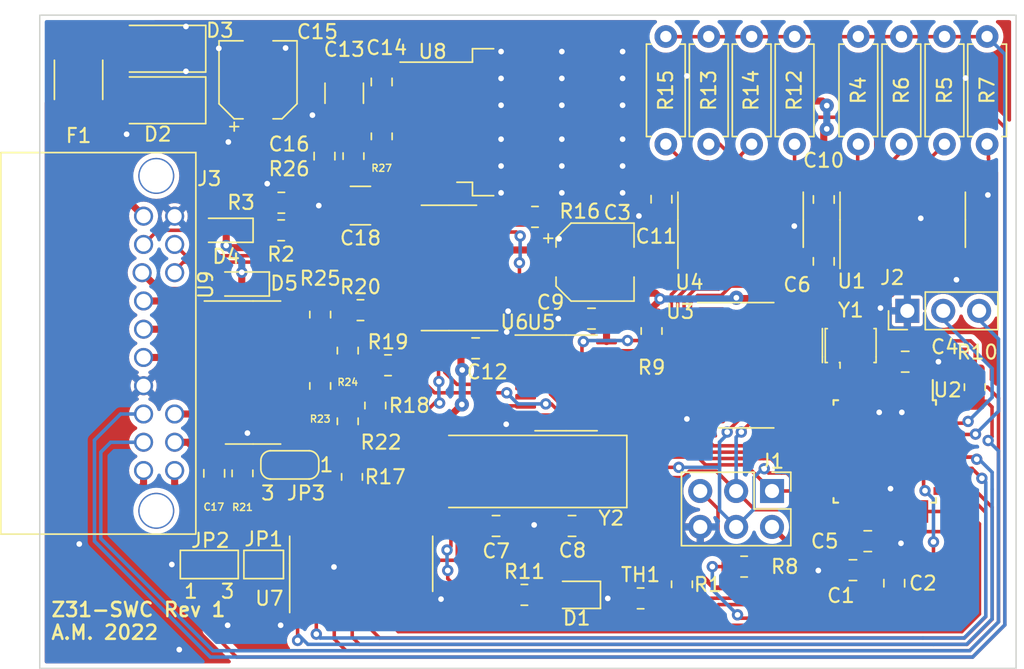
<source format=kicad_pcb>
(kicad_pcb (version 20211014) (generator pcbnew)
  (layers (0 "F.Cu" signal) (31 "B.Cu" signal) (34 "B.Paste" user) (35 "F.Paste" user) (36 "B.SilkS" user "B.Silkscreen") (37 "F.SilkS" user "F.Silkscreen") (38 "B.Mask" user) (39 "F.Mask" user) (44 "Edge.Cuts" user))
  (net 0 "")
  (net 1 "/MODULE_TEMPERATURE")
  (net 2 "GND")
  (net 3 "/MODULE_VOLTAGE")
  (net 4 "+5V")
  (net 5 "Net-(C7-Pad2)")
  (net 6 "/MISO")
  (net 7 "/SCK")
  (net 8 "/MOSI")
  (net 9 "/RESET")
  (net 10 "/AUX_OUT_1")
  (net 11 "Net-(C8-Pad2)")
  (net 12 "Net-(C16-Pad2)")
  (net 13 "+12V")
  (net 14 "Net-(R7-Pad2)")
  (net 15 "/CAN_INT")
  (net 16 "/CAN_STB")
  (net 17 "/CAN_EN")
  (net 19 "Net-(R4-Pad2)")
  (net 20 "Net-(U2-Pad7)")
  (net 21 "Net-(U2-Pad8)")
  (net 24 "Net-(R5-Pad2)")
  (net 25 "/RESET_CAN")
  (net 26 "/CS_CAN")
  (net 27 "/RX")
  (net 28 "/TX")
  (net 29 "Net-(R6-Pad2)")
  (net 30 "Net-(R17-Pad2)")
  (net 31 "Net-(R18-Pad1)")
  (net 32 "Net-(R18-Pad2)")
  (net 33 "Net-(R19-Pad1)")
  (net 34 "/SWC_ANALOG_B")
  (net 35 "Net-(R12-Pad2)")
  (net 36 "Net-(R13-Pad2)")
  (net 37 "/SWC_OUTPUT_A")
  (net 38 "Net-(R19-Pad2)")
  (net 39 "/+12V_IGN")
  (net 40 "CANL")
  (net 41 "CANH")
  (net 42 "/SWC_POWER_SUPPLY_OUT")
  (net 44 "Net-(U1-Pad5)")
  (net 48 "/+12V_CONST")
  (net 49 "/TXCAN")
  (net 50 "/RXCAN")
  (net 51 "/SWC_SIGNAL_IN")
  (net 52 "Net-(U1-Pad6)")
  (net 53 "Net-(U1-Pad12)")
  (net 54 "Net-(U1-Pad13)")
  (net 55 "Net-(U3-Pad3)")
  (net 56 "/CS_SHIFTOUT")
  (net 57 "/+12V_ASCD")
  (net 58 "Net-(U3-Pad4)")
  (net 59 "Net-(U3-Pad5)")
  (net 60 "/ASCD_RELAY")
  (net 61 "/ASCD_RESUME")
  (net 62 "/ASCD_ACCEL")
  (net 63 "/ASCD_SET")
  (net 64 "/AUX_OUT_2")
  (net 65 "/AUX_1")
  (net 66 "Net-(U3-Pad6)")
  (net 68 "/CAN_ERR")
  (net 70 "Net-(R16-Pad1)")
  (net 72 "Net-(R17-Pad1)")
  (net 73 "Net-(D1-Pad2)")
  (net 74 "Net-(D4-Pad2)")
  (net 75 "Net-(JP3-Pad2)")
  (net 76 "Net-(R14-Pad2)")
  (net 77 "/A2")
  (net 78 "/CR_SET")
  (net 79 "/CR_ACCEL")
  (net 80 "/CR_RESUME")
  (net 81 "/SWC_PWR")
  (net 82 "/A1")
  (net 83 "/CR_RELAY")
  (net 84 "Net-(D2-Pad2)")
  (net 85 "Net-(D5-Pad2)")
  (net 86 "Net-(R15-Pad2)")
  (net 87 "Net-(R20-Pad1)")
  (net 88 "Net-(R20-Pad2)")
  (footprint "Resistor_SMD:R_0805_2012Metric_Pad1.20x1.40mm_HandSolder" (layer "F.Cu") (at 142.85 119.1)
    (fp_text reference "R11")
    (fp_text value "10k")
  )
  (footprint "Package_SO:SOIC-14_3.9x8.7mm_P1.27mm" (layer "F.Cu") (at 158.15 92.55 90)
    (fp_text reference "U4")
    (fp_text value "4066")
  )
  (footprint "Resistor_SMD:R_0805_2012Metric_Pad1.20x1.40mm_HandSolder" (layer "F.Cu") (at 130.755 88.05 90)
    (fp_text reference "R26")
    (fp_text value "N/A")
  )
  (footprint "Diode_SMD:D_SOD-323_HandSoldering" (layer "F.Cu") (at 122.9 97.1 180)
    (fp_text reference "D5")
    (fp_text value "1N4148")
  )
  (footprint "Capacitor_SMD:CP_Elec_5x5.7" (layer "F.Cu") (at 124 82.65 90)
    (fp_text reference "C15")
    (fp_text value "22uF")
  )
  (footprint "Capacitor_SMD:C_0805_2012Metric_Pad1.18x1.45mm_HandSolder" (layer "F.Cu") (at 169.8 102.599)
    (fp_text reference "C4")
    (fp_text value "100nF")
  )
  (footprint "Resistor_SMD:R_0805_2012Metric_Pad1.20x1.40mm_HandSolder" (layer "F.Cu") (at 151.85 100.425 -90)
    (fp_text reference "R9")
    (fp_text value "1K")
  )
  (footprint "Crystal:Crystal_SMD_HC49-SD" (layer "F.Cu") (at 143.4 110.3665 180)
    (fp_text reference "Y2")
    (fp_text value "8MHz")
  )
  (footprint "Resistor_THT:R_Axial_DIN0207_L6.3mm_D2.5mm_P7.62mm_Horizontal" (layer "F.Cu") (at 152.8585 79.58425 -90)
    (fp_text reference "R15")
    (fp_text value "R")
  )
  (footprint "Capacitor_SMD:C_0805_2012Metric_Pad1.18x1.45mm_HandSolder" (layer "F.Cu") (at 132.75 82.8 -90)
    (fp_text reference "C14")
    (fp_text value "100nF")
  )
  (footprint "Resistor_SMD:R_0805_2012Metric_Pad1.20x1.40mm_HandSolder" (layer "F.Cu") (at 154 118.35 -90)
    (fp_text reference "R1")
    (fp_text value "47K")
  )
  (footprint "Resistor_THT:R_Axial_DIN0207_L6.3mm_D2.5mm_P7.62mm_Horizontal" (layer "F.Cu") (at 166.4825 79.58425 -90)
    (fp_text reference "R4")
    (fp_text value "R")
  )
  (footprint "Molex_34826:0348260160" (layer "F.Cu") (at 116.8 101.3 -90)
    (fp_text reference "J3")
    (fp_text value "Conn_01x16")
  )
  (footprint "Package_SO:SOIC-14_3.9x8.7mm_P1.27mm" (layer "F.Cu") (at 169.6225 92.55402 90)
    (fp_text reference "U1")
    (fp_text value "4066")
  )
  (footprint "Resistor_SMD:R_0805_2012Metric_Pad1.20x1.40mm_HandSolder" (layer "F.Cu") (at 128.4 99.265 90)
    (fp_text reference "R25")
    (fp_text value "10k")
  )
  (footprint "Resistor_THT:R_Axial_DIN0207_L6.3mm_D2.5mm_P7.62mm_Horizontal" (layer "F.Cu") (at 169.5305 79.58425 -90)
    (fp_text reference "R6")
    (fp_text value "R")
  )
  (footprint "Jumper:SolderJumper-3_P1.3mm_Open_RoundedPad1.0x1.5mm_NumberLabels" (layer "F.Cu") (at 126.25 109.9 180)
    (fp_text reference "JP3")
    (fp_text value "Volume_Pull")
  )
  (footprint "Capacitor_SMD:C_0805_2012Metric_Pad1.18x1.45mm_HandSolder" (layer "F.Cu") (at 140.844 114.2235 180)
    (fp_text reference "C7")
    (fp_text value "10pF")
  )
  (footprint "Capacitor_SMD:C_0805_2012Metric_Pad1.18x1.45mm_HandSolder" (layer "F.Cu") (at 167.15 115.3)
    (fp_text reference "C5")
    (fp_text value "100nF")
  )
  (footprint "Capacitor_SMD:C_0805_2012Metric_Pad1.18x1.45mm_HandSolder" (layer "F.Cu") (at 164.037 91.11977 90)
    (fp_text reference "C10")
    (fp_text value "100nF")
  )
  (footprint "Package_SO:TSSOP-20_4.4x6.5mm_P0.65mm" (layer "F.Cu") (at 145.8 104.1)
    (fp_text reference "U5")
    (fp_text value "MCP2515-xST")
  )
  (footprint "Capacitor_SMD:C_0805_2012Metric_Pad1.18x1.45mm_HandSolder" (layer "F.Cu") (at 139.4 101.65 180)
    (fp_text reference "C12")
    (fp_text value "100nF")
  )
  (footprint "Resistor_SMD:R_0805_2012Metric_Pad1.20x1.40mm_HandSolder" (layer "F.Cu") (at 125.6375 93.3)
    (fp_text reference "R2")
    (fp_text value "R")
  )
  (footprint "Capacitor_SMD:C_1210_3225Metric_Pad1.33x2.70mm_HandSolder" (layer "F.Cu") (at 130.1 83.6 -90)
    (fp_text reference "C13")
    (fp_text value "1u")
  )
  (footprint "Capacitor_SMD:C_0805_2012Metric_Pad1.18x1.45mm_HandSolder" (layer "F.Cu") (at 146.221 114.2235)
    (fp_text reference "C8")
    (fp_text value "10pF")
  )
  (footprint "Resistor_SMD:R_0805_2012Metric_Pad1.20x1.40mm_HandSolder" (layer "F.Cu") (at 130.35 101.815 90)
    (fp_text reference "R24")
    (fp_text value "10k")
  )
  (footprint "Resistor_SMD:R_0805_2012Metric_Pad1.20x1.40mm_HandSolder" (layer "F.Cu") (at 128.4 104.315 90)
    (fp_text reference "R23")
    (fp_text value "10k")
  )
  (footprint "Jumper:SolderJumper-2_P1.3mm_Bridged_Pad1.0x1.5mm" (layer "F.Cu") (at 124.4 116.95)
    (fp_text reference "JP1")
    (fp_text value "AUX_1_SEL")
  )
  (footprint "Fuse:Fuse_1812_4532Metric_Pad1.30x3.40mm_HandSolder" (layer "F.Cu") (at 111.3 82.65 -90)
    (fp_text reference "F1")
    (fp_text value "Polyfuse")
  )
  (footprint "Package_SO:SO-14_3.9x8.65mm_P1.27mm" (layer "F.Cu") (at 137.5125 95.9625 180)
    (fp_text reference "U6")
    (fp_text value "TJR1443")
  )
  (footprint "Package_SO:SOIC-16_3.9x9.9mm_P1.27mm" (layer "F.Cu") (at 131.3 116.9 90)
    (fp_text reference "U7")
    (fp_text value "ULN2003")
  )
  (footprint "Package_SO:SOIC-14_3.9x8.7mm_P1.27mm" (layer "F.Cu") (at 158.55 102.85)
    (fp_text reference "U3")
    (fp_text value "74HCT164")
  )
  (footprint "Resistor_SMD:R_0805_2012Metric_Pad1.20x1.40mm_HandSolder" (layer "F.Cu") (at 130.35 106.815 90)
    (fp_text reference "R22")
    (fp_text value "10k")
  )
  (footprint "Crystal:Resonator_SMD_Murata_CSTxExxV-3Pin_3.0x1.1mm_HandSoldering" (layer "F.Cu") (at 165.939 101.456)
    (fp_text reference "Y1")
    (fp_text value "16Mhz")
  )
  (footprint "Resistor_SMD:R_0805_2012Metric_Pad1.20x1.40mm_HandSolder" (layer "F.Cu") (at 130.65 110.75 -90)
    (fp_text reference "R17")
    (fp_text value "1K")
  )
  (footprint "Resistor_SMD:R_0805_2012Metric_Pad1.20x1.40mm_HandSolder" (layer "F.Cu") (at 125.65 91.35 180)
    (fp_text reference "R3")
    (fp_text value "R")
  )
  (footprint "Capacitor_SMD:C_0805_2012Metric_Pad1.18x1.45mm_HandSolder" (layer "F.Cu") (at 166.1 117.35 180)
    (fp_text reference "C1")
    (fp_text value "100nF")
  )
  (footprint "Jumper:SolderJumper-3_P1.3mm_Bridged12_Pad1.0x1.5mm_NumberLabels" (layer "F.Cu") (at 120.55 116.95)
    (fp_text reference "JP2")
    (fp_text value "SWC_GND_FLOAT")
  )
  (footprint "Package_QFP:TQFP-32_7x7mm_P0.8mm" (layer "F.Cu") (at 168.352 108.949 -90)
    (fp_text reference "U2")
    (fp_text value "ATMEGA328-AURCT-ND")
  )
  (footprint "Resistor_SMD:R_0805_2012Metric_Pad1.20x1.40mm_HandSolder" (layer "F.Cu") (at 133.2 102.85)
    (fp_text reference "R19")
    (fp_text value "1K")
  )
  (footprint "Package_TO_SOT_SMD:TO-263-5_TabPin3" (layer "F.Cu") (at 142.125 85.65)
    (fp_text reference "U8")
    (fp_text value "NCV4276B")
  )
  (footprint "Capacitor_SMD:C_1210_3225Metric_Pad1.33x2.70mm_HandSolder" (layer "F.Cu") (at 131.25 91.55 180)
    (fp_text reference "C18")
    (fp_text value "yes")
  )
  (footprint "Capacitor_SMD:CP_Elec_5x5.7" (layer "F.Cu") (at 147.85 95.55)
    (fp_text reference "C3")
    (fp_text value "10uF")
  )
  (footprint "Resistor_THT:R_Axial_DIN0207_L6.3mm_D2.5mm_P7.62mm_Horizontal" (layer "F.Cu") (at 172.5785 79.58425 -90)
    (fp_text reference "R5")
    (fp_text value "R")
  )
  (footprint "Diode_SMD:D_SMA" (layer "F.Cu") (at 116.9 84.1 180)
    (fp_text reference "D2")
    (fp_text value "D_Schottky")
  )
  (footprint "LED_SMD:LED_0805_2012Metric" (layer "F.Cu") (at 146.55 119.1 180)
    (fp_text reference "D1")
    (fp_text value "LED")
  )
  (footprint "Package_SO:SOIC-16_3.9x9.9mm_P1.27mm" (layer "F.Cu") (at 123.65 103.365)
    (fp_text reference "U9")
    (fp_text value "MMPQ2907A")
  )
  (footprint "Diode_SMD:D_SMA" (layer "F.Cu") (at 116.9 80.45 180)
    (fp_text reference "D3")
    (fp_text value "SMAJ18CAQ-13-F")
  )
  (footprint "Resistor_SMD:R_0805_2012Metric_Pad1.20x1.40mm_HandSolder" (layer "F.Cu") (at 151.075 119.35 180)
    (fp_text reference "TH1")
    (fp_text value "NTC 47K")
  )
  (footprint "Connector_PinHeader_2.54mm:PinHeader_2x03_P2.54mm_Vertical" (layer "F.Cu") (at 160.375 111.75 -90)
    (fp_text reference "J1")
    (fp_text value "ICSP")
  )
  (footprint "Resistor_SMD:R_0805_2012Metric_Pad1.20x1.40mm_HandSolder" (layer "F.Cu") (at 122.9 110.5 -90)
    (fp_text reference "R21")
    (fp_text value "R_Small")
  )
  (footprint "Connector_PinHeader_2.54mm:PinHeader_1x03_P2.54mm_Vertical" (layer "F.Cu") (at 169.95 99 90)
    (fp_text reference "J2")
    (fp_text value "UART")
  )
  (footprint "Capacitor_SMD:C_0805_2012Metric_Pad1.18x1.45mm_HandSolder" (layer "F.Cu") (at 152.55 91.1 90)
    (fp_text reference "C11")
    (fp_text value "100nF")
  )
  (footprint "Resistor_SMD:R_0805_2012Metric_Pad1.20x1.40mm_HandSolder" (layer "F.Cu") (at 158.4 117.1 180)
    (fp_text reference "R8")
    (fp_text value "1K")
  )
  (footprint "Capacitor_SMD:C_0805_2012Metric_Pad1.18x1.45mm_HandSolder" (layer "F.Cu") (at 164.0345 95.5 -90)
    (fp_text reference "C6")
    (fp_text value "100nF")
  )
  (footprint "Resistor_THT:R_Axial_DIN0207_L6.3mm_D2.5mm_P7.62mm_Horizontal" (layer "F.Cu") (at 161.969998 79.58425 -90)
    (fp_text reference "R12")
    (fp_text value "R")
  )
  (footprint "Resistor_SMD:R_0805_2012Metric_Pad1.20x1.40mm_HandSolder" (layer "F.Cu") (at 143.6 92.35)
    (fp_text reference "R16")
    (fp_text value "10k")
  )
  (footprint "Capacitor_SMD:C_0805_2012Metric_Pad1.18x1.45mm_HandSolder" (layer "F.Cu") (at 147.6 99.55)
    (fp_text reference "C9")
    (fp_text value "100nF")
  )
  (footprint "Resistor_SMD:R_0805_2012Metric_Pad1.20x1.40mm_HandSolder" (layer "F.Cu") (at 132.3 105.7 -90)
    (fp_text reference "R18")
    (fp_text value "1K")
  )
  (footprint "Capacitor_SMD:C_0805_2012Metric_Pad1.18x1.45mm_HandSolder" (layer "F.Cu") (at 120.9 110.5 90)
    (fp_text reference "C17")
    (fp_text value "100nF")
  )
  (footprint "Resistor_SMD:R_0805_2012Metric_Pad1.20x1.40mm_HandSolder" (layer "F.Cu") (at 131.25 98.95)
    (fp_text reference "R20")
    (fp_text value "1K")
  )
  (footprint "Resistor_SMD:R_0805_2012Metric_Pad1.20x1.40mm_HandSolder" (layer "F.Cu") (at 132.755 86.65 90)
    (fp_text reference "R27")
    (fp_text value "N/A")
  )
  (footprint "Resistor_SMD:R_0805_2012Metric_Pad1.20x1.40mm_HandSolder" (layer "F.Cu") (at 174.725 104.4 -90)
    (fp_text reference "R10")
    (fp_text value "1K")
  )
  (footprint "Diode_SMD:D_SOD-323_HandSoldering" (layer "F.Cu") (at 121.75 93.3 180)
    (fp_text reference "D4")
    (fp_text value "1N4148")
  )
  (footprint "Capacitor_SMD:C_0805_2012Metric_Pad1.18x1.45mm_HandSolder" (layer "F.Cu") (at 169.025 118.275 90)
    (fp_text reference "C2")
    (fp_text value "100nF")
  )
  (footprint "Resistor_THT:R_Axial_DIN0207_L6.3mm_D2.5mm_P7.62mm_Horizontal" (layer "F.Cu") (at 155.895666 79.58425 -90)
    (fp_text reference "R13")
    (fp_text value "R")
  )
  (footprint "Capacitor_SMD:C_0805_2012Metric_Pad1.18x1.45mm_HandSolder" (layer "F.Cu") (at 128.705 88.05 90)
    (fp_text reference "C16")
    (fp_text value "N/A")
  )
  (footprint "Resistor_THT:R_Axial_DIN0207_L6.3mm_D2.5mm_P7.62mm_Horizontal" (layer "F.Cu") (at 175.594 79.58425 -90)
    (fp_text reference "R7")
    (fp_text value "R")
  )
  (footprint "Resistor_THT:R_Axial_DIN0207_L6.3mm_D2.5mm_P7.62mm_Horizontal" (layer "F.Cu") (at 158.932832 79.58425 -90)
    (fp_text reference "R14")
    (fp_text value "R")
  )
  (gr_rect (start 177.644 124.3) (end 108.556 78.072) (layer "Edge.Cuts") (width 0.1) (fill none))
  (gr_text "Z31-SWC Rev 1\nA.M. 2022" (at 109.275 120.95) (layer "F.SilkS") (effects (font (size 1 1) (thickness 0.18)) (justify left)))
  (segment (start 152.075 119.35) (end 154 119.35) (width 0.25) (layer "F.Cu") (net 1))
  (segment (start 167.152 117.3355) (end 167.1375 117.35) (width 0.25) (layer "F.Cu") (net 1))
  (segment (start 167.1375 117.35) (end 167.1375 118.8875) (width 0.25) (layer "F.Cu") (net 1))
  (segment (start 167.152 113.199) (end 167.152 117.3355) (width 0.25) (layer "F.Cu") (net 1))
  (segment (start 166.6875 119.3375) (end 154.2625 119.3375) (width 0.25) (layer "F.Cu") (net 1))
  (segment (start 167.1375 118.8875) (end 166.6875 119.3375) (width 0.25) (layer "F.Cu") (net 1))
  (segment (start 124.65 91.35) (end 124.65 90) (width 0.35) (layer "F.Cu") (net 2))
  (segment (start 141.6 101.6) (end 141.6 100.497) (width 0.35) (layer "F.Cu") (net 2))
  (segment (start 167.14952 99.44952) (end 167.40048 99.44952) (width 0.25) (layer "F.Cu") (net 2))
  (segment (start 154.36 106.66) (end 154.35 106.65) (width 0.25) (layer "F.Cu") (net 2))
  (segment (start 169.552 104.699) (end 169.552 106.175) (width 0.35) (layer "F.Cu") (net 2))
  (segment (start 129.6875 91.55) (end 128.3 91.55) (width 0.35) (layer "F.Cu") (net 2))
  (segment (start 156.075 106.66) (end 154.36 106.66) (width 0.25) (layer "F.Cu") (net 2))
  (segment (start 120.9 109.4625) (end 121.2875 109.4625) (width 0.25) (layer "F.Cu") (net 2))
  (segment (start 166.09548 99.44952) (end 167.14952 99.44952) (width 0.25) (layer "F.Cu") (net 2))
  (segment (start 168.752 114.7355) (end 168.1875 115.3) (width 0.35) (layer "F.Cu") (net 2))
  (segment (start 167.40048 99.44952) (end 168.05 98.8) (width 0.25) (layer "F.Cu") (net 2))
  (segment (start 169.225 115.725) (end 169.5 115.45) (width 0.25) (layer "F.Cu") (net 2))
  (segment (start 169.552 103.8845) (end 170.8375 102.599) (width 0.25) (layer "F.Cu") (net 2))
  (segment (start 167.952 104.699) (end 167.952 106.175) (width 0.35) (layer "F.Cu") (net 2))
  (segment (start 161.97 95.52125) (end 161.97 93.45975) (width 0.25) (layer "F.Cu") (net 2))
  (segment (start 150.9535 92.28425) (end 152.583 92.28425) (width 0.25) (layer "F.Cu") (net 2))
  (segment (start 136.35 85.65) (end 132.755 85.65) (width 0.5) (layer "F.Cu") (net 2))
  (segment (start 131.3625 85.1625) (end 131.85 85.65) (width 0.5) (layer "F.Cu") (net 2))
  (segment (start 152.583 92.28425) (end 152.6045 92.30575) (width 0.25) (layer "F.Cu") (net 2))
  (segment (start 131.85 85.65) (end 132.755 85.65) (width 0.5) (layer "F.Cu") (net 2))
  (segment (start 139.9875 98.5025) (end 141.177902 98.5025) (width 0.25) (layer "F.Cu") (net 2))
  (segment (start 168.1875 115.3) (end 168.6 115.3) (width 0.25) (layer "F.Cu") (net 2))
  (segment (start 169.025 115.725) (end 169.225 115.725) (width 0.25) (layer "F.Cu") (net 2))
  (segment (start 165.939 101.456) (end 165.939 99.606) (width 0.25) (layer "F.Cu") (net 2))
  (segment (start 121.2875 109.4625) (end 123.1 107.65) (width 0.25) (layer "F.Cu") (net 2))
  (segment (start 140.4375 101.65) (end 141.55 101.65) (width 0.35) (layer "F.Cu") (net 2))
  (segment (start 141.9395 114.15) (end 145.2415 114.15) (width 0.25) (layer "F.Cu") (net 2))
  (segment (start 141.5625 107.025) (end 142.95 107.025) (width 0.35) (layer "F.Cu") (net 2))
  (segment (start 141.177902 98.5025) (end 141.695766 99.020364) (width 0.25) (layer "F.Cu") (net 2))
  (segment (start 141.55 101.65) (end 141.6 101.6) (width 0.35) (layer "F.Cu") (net 2))
  (segment (start 169.552 104.699) (end 169.552 103.8845) (width 0.25) (layer "F.Cu") (net 2))
  (segment (start 168.752 113.199) (end 168.752 111.591) (width 0.35) (layer "F.Cu") (net 2))
  (segment (start 167.952 106.175) (end 167.96 106.183) (width 0.35) (layer "F.Cu") (net 2))
  (segment (start 169.025 115.725) (end 169.025 117.2375) (width 0.25) (layer "F.Cu") (net 2))
  (segment (start 168.752 111.591) (end 168.76 111.583) (width 0.35) (layer "F.Cu") (net 2))
  (segment (start 168.6 115.3) (end 169.025 115.725) (width 0.25) (layer "F.Cu") (net 2))
  (segment (start 132.75 83.8375) (end 132.75 85.645) (width 0.5) (layer "F.Cu") (net 2))
  (segment (start 132.75 85.645) (end 132.755 85.65) (width 0.5) (layer "F.Cu") (net 2))
  (segment (start 123.1 107.65) (end 123.25 107.65) (width 0.25) (layer "F.Cu") (net 2))
  (segment (start 130.1 85.1625) (end 131.3625 85.1625) (width 0.5) (layer "F.Cu") (net 2))
  (segment (start 168.752 113.199) (end 168.752 114.7355) (width 0.35) (layer "F.Cu") (net 2))
  (segment (start 169.552 106.175) (end 169.56 106.183) (width 0.35) (layer "F.Cu") (net 2))
  (segment (start 165.939 99.606) (end 166.09548 99.44952) (width 0.25) (layer "F.Cu") (net 2))
  (via (at 141.2 88.75) (size 0.8) (drill 0.4) (layers "F.Cu" "B.Cu") (net 2))
  (via (at 175.65 90.8) (size 0.8) (drill 0.4) (layers "F.Cu" "B.Cu") (net 2))
  (via (at 145.25 99.55) (size 0.8) (drill 0.4) (layers "F.Cu" "B.Cu") (net 2))
  (via (at 168.05 98.8) (size 0.8) (drill 0.4) (layers "F.Cu" "B.Cu") (net 2))
  (via (at 145.5 90.65) (size 0.8) (drill 0.4) (layers "F.Cu" "B.Cu") (net 2))
  (via (at 149.8 84.45) (size 0.8) (drill 0.4) (layers "F.Cu" "B.Cu") (net 2))
  (via (at 128.3 91.55) (size 0.8) (drill 0.4) (layers "F.Cu" "B.Cu") (net 2))
  (via (at 145.3 93.9) (size 0.8) (drill 0.4) (layers "F.Cu" "B.Cu") (net 2))
  (via (at 149.8 80.65) (size 0.8) (drill 0.4) (layers "F.Cu" "B.Cu") (net 2))
  (via (at 149.8 82.55) (size 0.8) (drill 0.4) (layers "F.Cu" "B.Cu") (net 2))
  (via (at 121.225 80.425) (size 0.8) (drill 0.4) (layers "F.Cu" "B.Cu") (net 2))
  (via (at 143.5405 114.15) (size 0.8) (drill 0.4) (layers "F.Cu" "B.Cu") (net 2))
  (via (at 141.2 82.55) (size 0.8) (drill 0.4) (layers "F.Cu" "B.Cu") (net 2))
  (via (at 172.15 102.6) (size 0.8) (drill 0.4) (layers "F.Cu" "B.Cu") (net 2))
  (via (at 141.5625 107.025) (size 0.8) (drill 0.4) (layers "F.Cu" "B.Cu") (net 2))
  (via (at 123.25 107.65) (size 0.8) (drill 0.4) (layers "F.Cu" "B.Cu") (net 2))
  (via (at 161.95 93) (size 0.8) (drill 0.4) (layers "F.Cu" "B.Cu") (net 2))
  (via (at 141.2 80.65) (size 0.8) (drill 0.4) (layers "F.Cu" "B.Cu") (net 2))
  (via (at 141.2 84.45) (size 0.8) (drill 0.4) (layers "F.Cu" "B.Cu") (net 2))
  (via (at 167.96 106.183) (size 0.8) (drill 0.4) (layers "F.Cu" "B.Cu") (net 2))
  (via (at 174.075 82.525) (size 0.8) (drill 0.4) (layers "F.Cu" "B.Cu") (net 2))
  (via (at 169.5 115.45) (size 0.8) (drill 0.4) (layers "F.Cu" "B.Cu") (net 2))
  (via (at 154.35 106.65) (size 0.8) (drill 0.4) (layers "F.Cu" "B.Cu") (net 2))
  (via (at 145.5 86.85) (size 0.8) (drill 0.4) (layers "F.Cu" "B.Cu") (net 2))
  (via (at 118.9 82.05) (size 0.8) (drill 0.4) (layers "F.Cu" "B.Cu") (net 2))
  (via (at 170.9 92.45) (size 0.8) (drill 0.4) (layers "F.Cu" "B.Cu") (net 2))
  (via (at 154.35 82.375) (size 0.8) (drill 0.4) (layers "F.Cu" "B.Cu") (net 2))
  (via (at 118.9 78.875) (size 0.8) (drill 0.4) (layers "F.Cu" "B.Cu") (net 2))
  (via (at 118.425 122.975) (size 0.8) (drill 0.4) (layers "F.Cu" "B.Cu") (net 2))
  (via (at 136.95 119.4) (size 0.8) (drill 0.4) (layers "F.Cu" "B.Cu") (net 2))
  (via (at 141.695766 99.020364) (size 0.8) (drill 0.4) (layers "F.Cu" "B.Cu") (net 2))
  (via (at 173.425 96.8) (size 0.8) (drill 0.4) (layers "F.Cu" "B.Cu") (net 2))
  (via (at 121.85 121.25) (size 0.8) (drill 0.4) (layers "F.Cu" "B.Cu") (net 2))
  (via (at 169.56 106.183) (size 0.8) (drill 0.4) (layers "F.Cu" "B.Cu") (net 2))
  (via (at 149.8 86.85) (size 0.8) (drill 0.4) (layers "F.Cu" "B.Cu") (net 2))
  (via (at 145.5 88.75) (size 0.8) (drill 0.4) (layers "F.Cu" "B.Cu") (net 2))
  (via (at 111.35 115.5) (size 0.8) (drill 0.4) (layers "F.Cu" "B.Cu") (net 2))
  (via (at 145.5 84.45) (size 0.8) (drill 0.4) (layers "F.Cu" "B.Cu") (net 2))
  (via (at 114.7 86.5) (size 0.8) (drill 0.4) (layers "F.Cu" "B.Cu") (net 2))
  (via (at 148.75 119.35) (size 0.8) (drill 0.4) (layers "F.Cu" "B.Cu") (net 2))
  (via (at 141.2 86.85) (size 0.8) (drill 0.4) (layers "F.Cu" "B.Cu") (net 2))
  (via (at 117.9 116.95) (size 0.8) (drill 0.4) (layers "F.Cu" "B.Cu") (net 2))
  (via (at 149.8 90.65) (size 0.8) (drill 0.4) (layers "F.Cu" "B.Cu") (net 2))
  (via (at 145.5 80.65) (size 0.8) (drill 0.4) (layers "F.Cu" "B.Cu") (net 2))
  (via (at 129.375 117.125) (size 0.8) (drill 0.4) (layers "F.Cu" "B.Cu") (net 2))
  (via (at 125.6 121.25) (size 0.8) (drill 0.4) (layers "F.Cu" "B.Cu") (net 2))
  (via (at 145.5 82.55) (size 0.8) (drill 0.4) (layers "F.Cu" "B.Cu") (net 2))
  (via (at 168.76 111.583) (size 0.8) (drill 0.4) (layers "F.Cu" "B.Cu") (net 2))
  (via (at 141.2 90.65) (size 0.8) (drill 0.4) (layers "F.Cu" "B.Cu") (net 2))
  (via (at 121.9 87.05) (size 0.8) (drill 0.4) (layers "F.Cu" "B.Cu") (net 2))
  (via (at 163.65 117.375) (size 0.8) (drill 0.4) (layers "F.Cu" "B.Cu") (net 2))
  (via (at 124.65 90) (size 0.8) (drill 0.4) (layers "F.Cu" "B.Cu") (net 2))
  (via (at 150.9535 92.28425) (size 0.8) (drill 0.4) (layers "F.Cu" "B.Cu") (net 2))
  (via (at 125.95 80.4) (size 0.8) (drill 0.4) (layers "F.Cu" "B.Cu") (net 2))
  (via (at 127.85 85.15) (size 0.8) (drill 0.4) (layers "F.Cu" "B.Cu") (net 2))
  (via (at 141.6 100.497) (size 0.8) (drill 0.4) (layers "F.Cu" "B.Cu") (net 2))
  (via (at 149.8 88.75) (size 0.8) (drill 0.4) (layers "F.Cu" "B.Cu") (net 2))
  (segment (start 162.2565 93.17325) (end 151.8425 93.17325) (width 0.25) (layer "B.Cu") (net 2))
  (segment (start 151.8425 93.17325) (end 150.9535 92.28425) (width 0.25) (layer "B.Cu") (net 2))
  (segment (start 136.775 103.975) (end 136.8 104) (width 0.25) (layer "F.Cu") (net 3))
  (segment (start 167.348218 119.3125) (end 169.025 119.3125) (width 0.25) (layer "F.Cu") (net 3))
  (segment (start 136.5005 105.5245) (end 135.2 106.825) (width 0.25) (layer "F.Cu") (net 3))
  (segment (start 170.0125 119.3125) (end 169.025 119.3125) (width 0.25) (layer "F.Cu") (net 3))
  (segment (start 126.65 93.2875) (end 126.6375 93.3) (width 0.25) (layer "F.Cu") (net 3))
  (segment (start 170.425 118.9) (end 170.0125 119.3125) (width 0.25) (layer "F.Cu") (net 3))
  (segment (start 136.85 105.5245) (end 136.5005 105.5245) (width 0.25) (layer "F.Cu") (net 3))
  (segment (start 136.4225 93.4225) (end 136.775 93.775) (width 0.25) (layer "F.Cu") (net 3))
  (segment (start 170.425 114.975) (end 170.425 118.9) (width 0.25) (layer "F.Cu") (net 3))
  (segment (start 136.775 93.775) (end 136.775 93.8) (width 0.25) (layer "F.Cu") (net 3))
  (segment (start 135.0375 93.4225) (end 136.4225 93.4225) (width 0.25) (layer "F.Cu") (net 3))
  (segment (start 137.65 114.35) (end 137.65 115.650519) (width 0.25) (layer "F.Cu") (net 3))
  (segment (start 136.775 93.8) (end 136.775 103.975) (width 0.25) (layer "F.Cu") (net 3))
  (segment (start 137.65 114.35) (end 135.2 111.9) (width 0.25) (layer "F.Cu") (net 3))
  (segment (start 169.552 114.102) (end 170.425 114.975) (width 0.25) (layer "F.Cu") (net 3))
  (segment (start 137.425 117.95) (end 140.27788 120.80288) (width 0.25) (layer "F.Cu") (net 3))
  (segment (start 169.552 113.199) (end 169.552 114.102) (width 0.25) (layer "F.Cu") (net 3))
  (segment (start 135.0375 93.4225) (end 126.76 93.4225) (width 0.25) (layer "F.Cu") (net 3))
  (segment (start 126.65 91.35) (end 126.65 93.2875) (width 0.25) (layer "F.Cu") (net 3))
  (segment (start 166.873697 119.78702) (end 167.348218 119.3125) (width 0.25) (layer "F.Cu") (net 3))
  (segment (start 135.2 111.9) (end 135.2 106.825) (width 0.25) (layer "F.Cu") (net 3))
  (segment (start 156.58702 119.78702) (end 166.873697 119.78702) (width 0.25) (layer "F.Cu") (net 3))
  (segment (start 155.57116 120.80288) (end 156.58702 119.78702) (width 0.25) (layer "F.Cu") (net 3))
  (segment (start 126.76 93.4225) (end 126.6375 93.3) (width 0.25) (layer "F.Cu") (net 3))
  (segment (start 140.27788 120.80288) (end 155.57116 120.80288) (width 0.25) (layer "F.Cu") (net 3))
  (segment (start 137.65 115.650519) (end 137.375019 115.9255) (width 0.25) (layer "F.Cu") (net 3))
  (segment (start 137.425 117.3745) (end 137.425 117.95) (width 0.25) (layer "F.Cu") (net 3))
  (via (at 137.375019 115.9255) (size 0.8) (drill 0.4) (layers "F.Cu" "B.Cu") (net 3))
  (via (at 137.425 117.3745) (size 0.8) (drill 0.4) (layers "F.Cu" "B.Cu") (net 3))
  (via (at 136.8 104) (size 0.8) (drill 0.4) (layers "F.Cu" "B.Cu") (net 3))
  (via (at 136.85 105.5245) (size 0.8) (drill 0.4) (layers "F.Cu" "B.Cu") (net 3))
  (segment (start 137.375019 117.324519) (end 137.425 117.3745) (width 0.25) (layer "B.Cu") (net 3))
  (segment (start 136.8 105.4745) (end 136.85 105.5245) (width 0.25) (layer "B.Cu") (net 3))
  (segment (start 136.8 104) (end 136.8 105.4745) (width 0.25) (layer "B.Cu") (net 3))
  (segment (start 137.375019 115.9255) (end 137.375019 117.324519) (width 0.25) (layer "B.Cu") (net 3))
  (segment (start 150.075 97.75) (end 150.6 97.75) (width 0.5) (layer "F.Cu") (net 4))
  (segment (start 141.85 119.1) (end 141.85 117.5) (width 0.5) (layer "F.Cu") (net 4))
  (segment (start 133.1125 91.25) (end 132.8125 91.55) (width 0.5) (layer "F.Cu") (net 4))
  (segment (start 135.8 111.687506) (end 135.8 108.2495) (width 0.5) (layer "F.Cu") (net 4))
  (segment (start 138.224038 116.65) (end 138.224519 116.649519) (width 0.25) (layer "F.Cu") (net 4))
  (segment (start 167.077 110.752) (end 167.952 110.752) (width 0.35) (layer "F.Cu") (net 4))
  (segment (start 166.352 113.199) (end 166.352 115.0605) (width 0.5) (layer "F.Cu") (net 4))
  (segment (start 143.5 97.3) (end 143.95 97.75) (width 0.5) (layer "F.Cu") (net 4))
  (segment (start 160.475 117.1) (end 161.385 116.19) (width 0.35) (layer "F.Cu") (net 4))
  (segment (start 139.9875 97.2325) (end 138.3825 97.2325) (width 0.5) (layer "F.Cu") (net 4))
  (segment (start 143.95 97.75) (end 148.65 97.75) (width 0.5) (layer "F.Cu") (net 4))
  (segment (start 174.75 103.375) (end 174.725 103.4) (width 0.25) (layer "F.Cu") (net 4))
  (segment (start 158.875 118.6) (end 156.275 118.6) (width 0.35) (layer "F.Cu") (net 4))
  (segment (start 169.15 101.125) (end 174.425 101.125) (width 0.25) (layer "F.Cu") (net 4))
  (segment (start 130.925 116.65) (end 138.224038 116.65) (width 0.25) (layer "F.Cu") (net 4))
  (segment (start 132.8125 91.55) (end 132.8125 89.0875) (width 0.5) (layer "F.Cu") (net 4))
  (segment (start 159.4 118.075) (end 158.875 118.6) (width 0.35) (layer "F.Cu") (net 4))
  (segment (start 174.75 101.45) (end 174.75 103.375) (width 0.25) (layer "F.Cu") (net 4))
  (segment (start 128.705 89.0875) (end 130.7175 89.0875) (width 0.5) (layer "F.Cu") (net 4))
  (segment (start 168.7625 101.5125) (end 169.15 101.125) (width 0.25) (layer "F.Cu") (net 4))
  (segment (start 159.4 117.1) (end 159.4 118.075) (width 0.35) (layer "F.Cu") (net 4))
  (segment (start 150.6 97.75) (end 150.625 97.775) (width 0.5) (layer "F.Cu") (net 4))
  (segment (start 166.1125 115.3) (end 161.385 115.3) (width 0.35) (layer "F.Cu") (net 4))
  (segment (start 167.952 108.602) (end 167.7 108.35) (width 0.35) (layer "F.Cu") (net 4))
  (segment (start 159.4 117.1) (end 160.475 117.1) (width 0.35) (layer "F.Cu") (net 4))
  (segment (start 127.55 109.9) (end 128.925 111.275) (width 0.25) (layer "F.Cu") (net 4))
  (segment (start 149.5 97.75) (end 150.075 97.75) (width 0.5) (layer "F.Cu") (net 4))
  (segment (start 168.752 102.6095) (end 168.7625 102.599) (width 0.5) (layer "F.Cu") (net 4))
  (segment (start 138.22452 114.112027) (end 135.8 111.687506) (width 0.5) (layer "F.Cu") (net 4))
  (segment (start 149.5 97.75) (end 150.05 97.2) (width 0.5) (layer "F.Cu") (net 4))
  (segment (start 161.025 99.04) (end 161.025 98.225) (width 0.5) (layer "F.Cu") (net 4))
  (segment (start 130.7175 89.0875) (end 130.755 89.05) (width 0.5) (layer "F.Cu") (net 4))
  (segment (start 151.85 99.425) (end 151.85 98.829324) (width 0.5) (layer "F.Cu") (net 4))
  (segment (start 174.425 101.125) (end 174.75 101.45) (width 0.25) (layer "F.Cu") (net 4))
  (segment (start 167.152 104.699) (end 167.152 107.802) (width 0.35) (layer "F.Cu") (net 4))
  (segment (start 148.65 99.5375) (end 148.65 97.75) (width 0.5) (layer "F.Cu") (net 4))
  (segment (start 151.85 98.829324) (end 152.52598 98.153344) (width 0.5) (layer "F.Cu") (net 4))
  (segment (start 148.65 97.75) (end 149.5 97.75) (width 0.5) (layer "F.Cu") (net 4))
  (segment (start 130.755 89.05) (end 132.85 89.05) (width 0.5) (layer "F.Cu") (net 4))
  (segment (start 167.952 110.752) (end 167.952 108.602) (width 0.35) (layer "F.Cu") (net 4))
  (segment (start 167.152 107.802) (end 167.7 108.35) (width 0.35) (layer "F.Cu") (net 4))
  (segment (start 160.92806 98.12806) (end 161.025 98.225) (width 0.5) (layer "F.Cu") (net 4))
  (segment (start 157.90452 98.12806) (end 160.92806 98.12806) (width 0.5) (layer "F.Cu") (net 4))
  (segment (start 161.025 98.225) (end 162.7125 96.5375) (width 0.5) (layer "F.Cu") (net 4))
  (segment (start 130.04048 115.76548) (end 130.925 116.65) (width 0.25) (layer "F.Cu") (net 4))
  (segment (start 138.3625 94.8625) (end 138.3625 93.1125) (width 0.5) (layer "F.Cu") (net 4))
  (segment (start 152.122636 97.75) (end 152.52598 98.153344) (width 0.5) (layer "F.Cu") (net 4))
  (segment (start 162.7125 96.5375) (end 164.0345 96.5375) (width 0.5) (layer "F.Cu") (net 4))
  (segment (start 132.8125 89.0875) (end 132.85 89.05) (width 0.5) (layer "F.Cu") (net 4))
  (segment (start 128.925 111.95) (end 130.04048 113.06548) (width 0.25) (layer "F.Cu") (net 4))
  (segment (start 139.9875 94.6925) (end 138.5325 94.6925) (width 0.5) (layer "F.Cu") (net 4))
  (segment (start 148.6625 101.175) (end 148.6625 99.575) (width 0.5) (layer "F.Cu") (net 4))
  (segment (start 150.05 97.2) (end 150.05 95.55) (width 0.5) (layer "F.Cu") (net 4))
  (segment (start 161.385 116.19) (end 161.385 115.3) (width 0.35) (layer "F.Cu") (net 4))
  (segment (start 136.5 91.25) (end 133.1125 91.25) (width 0.5) (layer "F.Cu") (net 4))
  (segment (start 168.7625 102.599) (end 168.7625 101.5125) (width 0.25) (layer "F.Cu") (net 4))
  (segment (start 166.352 111.477) (end 167.077 110.752) (width 0.35) (layer "F.Cu") (net 4))
  (segment (start 138.3625 101.65) (end 138.3625 94.8625) (width 0.5) (layer "F.Cu") (net 4))
  (segment (start 167.952 113.199) (end 167.952 110.752) (width 0.35) (layer "F.Cu") (net 4))
  (segment (start 139.9875 94.6925) (end 143.1425 94.6925) (width 0.5) (layer "F.Cu") (net 4))
  (segment (start 148.6625 99.575) (end 148.6375 99.55) (width 0.5) (layer "F.Cu") (net 4))
  (segment (start 168.752 104.699) (end 168.752 102.6095) (width 0.5) (layer "F.Cu") (net 4))
  (segment (start 135.8 108.2495) (end 138.425 105.6245) (width 0.5) (layer "F.Cu") (net 4))
  (segment (start 166.352 113.199) (end 166.352 111.477) (width 0.35) (layer "F.Cu") (net 4))
  (segment (start 130.04048 113.06548) (end 130.04048 115.76548) (width 0.25) (layer "F.Cu") (net 4))
  (segment (start 157.85 98.07354) (end 157.90452 98.12806) (width 0.5) (layer "F.Cu") (net 4))
  (segment (start 154 117.35) (end 141.7 117.35) (width 0.5) (layer "F.Cu") (net 4))
  (segment (start 138.3625 94.8625) (end 138.5325 94.6925) (width 0.5) (layer "F.Cu") (net 4))
  (segment (start 156.275 118.6) (end 155.025 117.35) (width 0.35) (layer "F.Cu") (net 4))
  (segment (start 161.385 115.3) (end 160.375 114.29) (width 0.35) (layer "F.Cu") (net 4))
  (segment (start 155.025 117.35) (end 154 117.35) (width 0.35) (layer "F.Cu") (net 4))
  (segment (start 166.352 115.0605) (end 166.1125 115.3) (width 0.5) (layer "F.Cu") (net 4))
  (segment (start 132.85 89.05) (end 136.35 89.05) (width 0.5) (layer "F.Cu") (net 4))
  (segment (start 168.752 107.802) (end 168.752 107.298) (width 0.35) (layer "F.Cu") (net 4))
  (segment (start 138.5425 94.6925) (end 139.9875 94.6925) (width 0.5) (layer "F.Cu") (net 4))
  (segment (start 138.925 117.35) (end 138.224519 116.649519) (width 0.5) (layer "F.Cu") (net 4))
  (segment (start 167.952 108.602) (end 168.752 107.802) (width 0.35) (layer "F.Cu") (net 4))
  (segment (start 150.05 97.2) (end 150.625 97.775) (width 0.5) (layer "F.Cu") (net 4))
  (segment (start 138.3625 93.1125) (end 136.5 91.25) (width 0.5) (layer "F.Cu") (net 4))
  (segment (start 150.075 97.75) (end 152.122636 97.75) (width 0.5) (layer "F.Cu") (net 4))
  (segment (start 143.5 95.05) (end 143.5 97.3) (width 0.5) (layer "F.Cu") (net 4))
  (segment (start 138.224519 116.649519) (end 138.22452 114.112027) (width 0.5) (layer "F.Cu") (net 4))
  (segment (start 168.752 104.699) (end 168.752 107.298) (width 0.35) (layer "F.Cu") (net 4))
  (segment (start 148.6375 99.55) (end 148.65 99.5375) (width 0.5) (layer "F.Cu") (net 4))
  (segment (start 143.1425 94.6925) (end 143.5 95.05) (width 0.5) (layer "F.Cu") (net 4))
  (segment (start 141.7 117.35) (end 138.925 117.35) (width 0.5) (layer "F.Cu") (net 4))
  (segment (start 128.925 111.275) (end 128.925 111.95) (width 0.25) (layer "F.Cu") (net 4))
  (segment (start 138.3625 103.096743) (end 138.4495 103.183743) (width 0.5) (layer "F.Cu") (net 4))
  (segment (start 141.85 117.5) (end 141.7 117.35) (width 0.5) (layer "F.Cu") (net 4))
  (segment (start 138.3625 101.65) (end 138.3625 103.096743) (width 0.5) (layer "F.Cu") (net 4))
  (via (at 157.85 98.07354) (size 1) (drill 0.4) (layers "F.Cu" "B.Cu") (net 4))
  (via (at 152.45 98.15) (size 0.8) (drill 0.4) (layers "F.Cu" "B.Cu") (net 4))
  (via (at 138.425 105.6245) (size 1) (drill 0.4) (layers "F.Cu" "B.Cu") (net 4))
  (via (at 138.4495 103.183743) (size 1) (drill 0.4) (layers "F.Cu" "B.Cu") (net 4))
  (segment (start 157.770196 98.153344) (end 157.85 98.07354) (width 0.5) (layer "B.Cu") (net 4))
  (segment (start 138.4495 103.183743) (end 138.4495 105.6) (width 0.5) (layer "B.Cu") (net 4))
  (segment (start 138.4495 105.6) (end 138.425 105.6245) (width 0.5) (layer "B.Cu") (net 4))
  (segment (start 152.52598 98.153344) (end 157.770196 98.153344) (width 0.5) (layer "B.Cu") (net 4))
  (segment (start 139.547 110.7635) (end 139.15 110.3665) (width 0.25) (layer "F.Cu") (net 5))
  (segment (start 139.15 110.3665) (end 139.15 106.8) (width 0.25) (layer "F.Cu") (net 5))
  (segment (start 139.15 106.8) (end 140.225 105.725) (width 0.25) (layer "F.Cu") (net 5))
  (segment (start 139.547 113.9225) (end 139.547 110.7635) (width 0.25) (layer "F.Cu") (net 5))
  (segment (start 140.225 105.725) (end 142.9375 105.725) (width 0.25) (layer "F.Cu") (net 5))
  (segment (start 150.7375 103.5875) (end 151.1125 103.9625) (width 0.25) (layer "F.Cu") (net 6))
  (segment (start 150.275 103.125) (end 150.7375 103.5875) (width 0.25) (layer "F.Cu") (net 6))
  (segment (start 155.118576 109.350342) (end 155.666794 109.89856) (width 0.25) (layer "F.Cu") (net 6))
  (segment (start 155.666794 109.89856) (end 158.526406 109.89856) (width 0.25) (layer "F.Cu") (net 6))
  (segment (start 150.7375 103.5875) (end 151.175 104.025) (width 0.25) (layer "F.Cu") (net 6))
  (segment (start 151.175 104.025) (end 151.175 107.725) (width 0.25) (layer "F.Cu") (net 6))
  (segment (start 151.175 107.725) (end 152.800342 109.350342) (width 0.25) (layer "F.Cu") (net 6))
  (segment (start 148.6625 103.125) (end 150.275 103.125) (width 0.25) (layer "F.Cu") (net 6))
  (segment (start 160.375 111.747154) (end 160.375 111.75) (width 0.25) (layer "F.Cu") (net 6))
  (segment (start 152.800342 109.350342) (end 155.118576 109.350342) (width 0.25) (layer "F.Cu") (net 6))
  (segment (start 160.376 111.749) (end 160.375 111.75) (width 0.25) (layer "F.Cu") (net 6))
  (segment (start 158.526406 109.89856) (end 160.375 111.747154) (width 0.25) (layer "F.Cu") (net 6))
  (segment (start 164.102 111.749) (end 160.376 111.749) (width 0.25) (layer "F.Cu") (net 6))
  (segment (start 150.2625 105.7125) (end 149.625 105.075) (width 0.25) (layer "F.Cu") (net 7))
  (segment (start 165.552 113.199) (end 165.428 113.075) (width 0.25) (layer "F.Cu") (net 7))
  (segment (start 159.115 106.66) (end 158.2 107.575) (width 0.25) (layer "F.Cu") (net 7))
  (segment (start 150.25 105.725) (end 150.2625 105.7125) (width 0.25) (layer "F.Cu") (net 7))
  (segment (start 154.528758 110.346242) (end 154.075 110.8) (width 0.25) (layer "F.Cu") (net 7))
  (segment (start 157.835 111.75) (end 156.435 110.35) (width 0.25) (layer "F.Cu") (net 7))
  (segment (start 155.478758 110.346242) (end 154.528758 110.346242) (width 0.25) (layer "F.Cu") (net 7))
  (segment (start 161.025 106.66) (end 159.115 106.66) (width 0.25) (layer "F.Cu") (net 7))
  (segment (start 149.625 105.075) (end 148.6625 105.075) (width 0.25) (layer "F.Cu") (net 7))
  (segment (start 152.725 110.8) (end 150.25 108.325) (width 0.25) (layer "F.Cu") (net 7))
  (segment (start 159.16 113.075) (end 157.835 111.75) (width 0.25) (layer "F.Cu") (net 7))
  (segment (start 154.075 110.8) (end 152.725 110.8) (width 0.25) (layer "F.Cu") (net 7))
  (segment (start 165.428 113.075) (end 159.16 113.075) (width 0.25) (layer "F.Cu") (net 7))
  (segment (start 150.25 108.325) (end 150.25 105.725) (width 0.25) (layer "F.Cu") (net 7))
  (segment (start 155.482516 110.35) (end 155.478758 110.346242) (width 0.25) (layer "F.Cu") (net 7))
  (segment (start 156.435 110.35) (end 155.482516 110.35) (width 0.25) (layer "F.Cu") (net 7))
  (via (at 158.2 107.575) (size 0.8) (drill 0.4) (layers "F.Cu" "B.Cu") (net 7))
  (segment (start 157.835 108.36) (end 157.835 109.485) (width 0.25) (layer "B.Cu") (net 7))
  (segment (start 157.835 107.94) (end 158.2 107.575) (width 0.25) (layer "B.Cu") (net 7))
  (segment (start 157.835 110.36) (end 157.835 111.75) (width 0.25) (layer "B.Cu") (net 7))
  (segment (start 157.835 108.36) (end 157.835 107.94) (width 0.25) (layer "B.Cu") (net 7))
  (segment (start 157.835 109.485) (end 157.835 110.36) (width 0.25) (layer "B.Cu") (net 7))
  (segment (start 150.5875 104.1875) (end 150.71202 104.31202) (width 0.25) (layer "F.Cu") (net 8))
  (segment (start 157.36 100.31) (end 156.075 100.31) (width 0.25) (layer "F.Cu") (net 8))
  (segment (start 158.2 106.55) (end 158.2 101.15) (width 0.25) (layer "F.Cu") (net 8))
  (segment (start 161.05 110.475) (end 160.12746 110.475) (width 0.25) (layer "F.Cu") (net 8))
  (segment (start 158.2 106.55) (end 157.200497 107.549503) (width 0.25) (layer "F.Cu") (net 8))
  (segment (start 158.2 101.15) (end 157.36 100.31) (width 0.25) (layer "F.Cu") (net 8))
  (segment (start 148.6625 103.775) (end 150.175 103.775) (width 0.25) (layer "F.Cu") (net 8))
  (segment (start 151.569641 108.755359) (end 152.594641 109.780359) (width 0.25) (layer "F.Cu") (net 8))
  (segment (start 150.71202 107.897738) (end 151.569641 108.755359) (width 0.25) (layer "F.Cu") (net 8))
  (segment (start 152.594641 109.780359) (end 152.889282 110.075) (width 0.25) (layer "F.Cu") (net 8))
  (segment (start 161.425 110.475) (end 161.05 110.475) (width 0.25) (layer "F.Cu") (net 8))
  (segment (start 161.899 110.949) (end 161.425 110.475) (width 0.25) (layer "F.Cu") (net 8))
  (segment (start 150.175 103.775) (end 150.5875 104.1875) (width 0.25) (layer "F.Cu") (net 8))
  (segment (start 160.12746 110.475) (end 159.825 110.17254) (width 0.25) (layer "F.Cu") (net 8))
  (segment (start 164.102 110.949) (end 161.899 110.949) (width 0.25) (layer "F.Cu") (net 8))
  (segment (start 150.71202 107.46298) (end 150.71202 107.897738) (width 0.25) (layer "F.Cu") (net 8))
  (segment (start 150.71202 104.31202) (end 150.71202 107.46298) (width 0.25) (layer "F.Cu") (net 8))
  (segment (start 152.889282 110.075) (end 153.775 110.075) (width 0.25) (layer "F.Cu") (net 8))
  (segment (start 157.200497 107.549503) (end 157.200497 107.575) (width 0.25) (layer "F.Cu") (net 8))
  (via (at 153.775 110.075) (size 0.8) (drill 0.4) (layers "F.Cu" "B.Cu") (net 8))
  (via (at 159.825 110.17254) (size 0.8) (drill 0.4) (layers "F.Cu" "B.Cu") (net 8))
  (via (at 157.200497 107.575) (size 0.8) (drill 0.4) (layers "F.Cu" "B.Cu") (net 8))
  (segment (start 157.200497 107.575) (end 157.200497 107.749503) (width 0.25) (layer "B.Cu") (net 8))
  (segment (start 156.825 108.125) (end 156.660489 108.289511) (width 0.25) (layer "B.Cu") (net 8))
  (segment (start 159.1 113.025) (end 157.835 114.29) (width 0.25) (layer "B.Cu") (net 8))
  (segment (start 159.70048 110.17254) (end 159.1 110.77302) (width 0.25) (layer "B.Cu") (net 8))
  (segment (start 157.200497 107.749503) (end 156.825 108.125) (width 0.25) (layer "B.Cu") (net 8))
  (segment (start 156.660489 113.115489) (end 157.835 114.29) (width 0.25) (layer "B.Cu") (net 8))
  (segment (start 159.1 110.77302) (end 159.1 113.025) (width 0.25) (layer "B.Cu") (net 8))
  (segment (start 156.660489 108.289511) (end 156.660489 110.085489) (width 0.25) (layer "B.Cu") (net 8))
  (segment (start 159.825 110.17254) (end 159.70048 110.17254) (width 0.25) (layer "B.Cu") (net 8))
  (segment (start 153.775 110.075) (end 156.65 110.075) (width 0.25) (layer "B.Cu") (net 8))
  (segment (start 156.660489 110.085489) (end 156.660489 113.115489) (width 0.25) (layer "B.Cu") (net 8))
  (segment (start 156.65 110.075) (end 156.660489 110.085489) (width 0.25) (layer "B.Cu") (net 8))
  (segment (start 171.8 115.348) (end 171.8 120) (width 0.25) (layer "F.Cu") (net 9))
  (segment (start 172.602 108.549) (end 171.552 108.549) (width 0.25) (layer "F.Cu") (net 9))
  (segment (start 158.17148 120.75) (end 157.933 120.51152) (width 0.25) (layer "F.Cu") (net 9))
  (segment (start 171.05 120.75) (end 158.17148 120.75) (width 0.25) (layer "F.Cu") (net 9))
  (segment (start 171.1 109.001) (end 171.1 111.125) (width 0.25) (layer "F.Cu") (net 9))
  (segment (start 155.295 111.75) (end 156.55 113.005) (width 0.25) (layer "F.Cu") (net 9))
  (segment (start 171.552 108.549) (end 171.1 109.001) (width 0.25) (layer "F.Cu") (net 9))
  (segment (start 171.8 120) (end 171.05 120.75) (width 0.25) (layer "F.Cu") (net 9))
  (segment (start 171.1 111.625) (end 171.2 111.725) (width 0.25) (layer "F.Cu") (net 9))
  (segment (start 156.55 113.005) (end 156.55 116.25) (width 0.25) (layer "F.Cu") (net 9))
  (segment (start 157.4 117.1) (end 156.15 117.1) (width 0.25) (layer "F.Cu") (net 9))
  (segment (start 171.1 111.125) (end 171.1 111.625) (width 0.25) (layer "F.Cu") (net 9))
  (segment (start 156.55 116.25) (end 157.4 117.1) (width 0.25) (layer "F.Cu") (net 9))
  (via (at 171.8 115.348) (size 0.8) (drill 0.4) (layers "F.Cu" "B.Cu") (net 9))
  (via (at 171.2 111.725) (size 0.8) (drill 0.4) (layers "F.Cu" "B.Cu") (net 9))
  (via (at 156.15 117.1) (size 0.8) (drill 0.4) (layers "F.Cu" "B.Cu") (net 9))
  (via (at 157.933 120.51152) (size 0.8) (drill 0.4) (layers "F.Cu" "B.Cu") (net 9))
  (segment (start 171.8 112.325) (end 171.8 114.475) (width 0.25) (layer "B.Cu") (net 9))
  (segment (start 171.8 114.475) (end 171.8 115.348) (width 0.25) (layer "B.Cu") (net 9))
  (segment (start 156.15 117.1) (end 156.15 118.72852) (width 0.25) (layer "B.Cu") (net 9))
  (segment (start 171.2 111.725) (end 171.8 112.325) (width 0.25) (layer "B.Cu") (net 9))
  (segment (start 156.15 118.72852) (end 157.933 120.51152) (width 0.25) (layer "B.Cu") (net 9))
  (segment (start 114.65 112.55) (end 114.65 114.3) (width 0.5) (layer "F.Cu") (net 10))
  (segment (start 121.35 115.35) (end 121.85 115.85) (width 0.5) (layer "F.Cu") (net 10))
  (segment (start 114.65 114.3) (end 115.7 115.35) (width 0.5) (layer "F.Cu") (net 10))
  (segment (start 115.9 110.3) (end 115.9 111.3) (width 0.5) (layer "F.Cu") (net 10))
  (segment (start 121.85 115.85) (end 121.85 116.95) (width 0.5) (layer "F.Cu") (net 10))
  (segment (start 115.9 111.3) (end 114.65 112.55) (width 0.5) (layer "F.Cu") (net 10))
  (segment (start 115.7 115.35) (end 121.35 115.35) (width 0.5) (layer "F.Cu") (net 10))
  (segment (start 121.85 116.95) (end 123.75 116.95) (width 0.5) (layer "F.Cu") (net 10))
  (segment (start 147.65 109.3) (end 147.65 110.3665) (width 0.25) (layer "F.Cu") (net 11))
  (segment (start 142.9375 106.375) (end 144.725 106.375) (width 0.25) (layer "F.Cu") (net 11))
  (segment (start 144.725 106.375) (end 147.65 109.3) (width 0.25) (layer "F.Cu") (net 11))
  (segment (start 146.999 111.0175) (end 147.65 110.3665) (width 0.25) (layer "F.Cu") (net 11))
  (segment (start 146.999 113.9225) (end 146.999 111.0175) (width 0.25) (layer "F.Cu") (net 11))
  (segment (start 132.755 87.65) (end 131.355 87.65) (width 0.25) (layer "F.Cu") (net 12))
  (segment (start 136.35 87.35) (end 133.055 87.35) (width 0.25) (layer "F.Cu") (net 12))
  (segment (start 128.705 87.0125) (end 130.7175 87.0125) (width 0.25) (layer "F.Cu") (net 12))
  (segment (start 133.055 87.35) (end 132.755 87.65) (width 0.25) (layer "F.Cu") (net 12))
  (segment (start 130.7175 87.0125) (end 130.755 87.05) (width 0.25) (layer "F.Cu") (net 12))
  (segment (start 131.355 87.65) (end 130.755 87.05) (width 0.25) (layer "F.Cu") (net 12))
  (segment (start 164.037 90.08227) (end 164.037 86.33675) (width 0.5) (layer "F.Cu") (net 13))
  (segment (start 124 84.85) (end 125.15 84.85) (width 0.5) (layer "F.Cu") (net 13))
  (segment (start 132.55 109.15) (end 132.55952 109.15952) (width 0.25) (layer "F.Cu") (net 13))
  (segment (start 151.25 79.9) (end 151.25 84.15) (width 0.5) (layer "F.Cu") (net 13))
  (segment (start 121.45 84.85) (end 124 84.85) (width 0.5) (layer "F.Cu") (net 13))
  (segment (start 124.95 109.05) (end 124.25 108.35) (width 0.2) (layer "F.Cu") (net 13))
  (segment (start 133.6 106.175) (end 133.6 107.164282) (width 0.25) (layer "F.Cu") (net 13))
  (segment (start 165.80925 90.08227) (end 165.8125 90.07902) (width 0.5) (layer "F.Cu") (net 13))
  (segment (start 154.3275 90.0625) (end 154.34 90.075) (width 0.5) (layer "F.Cu") (net 13))
  (segment (start 136.35 82.25) (end 134 82.25) (width 0.5) (layer "F.Cu") (net 13))
  (segment (start 130.35 105.815) (end 130.465 105.7) (width 0.25) (layer "F.Cu") (net 13))
  (segment (start 130.1 82.0375) (end 132.475 82.0375) (width 0.5) (layer "F.Cu") (net 13))
  (segment (start 121.75 90.6) (end 124 88.35) (width 0.5) (layer "F.Cu") (net 13))
  (segment (start 132.74952 108.014762) (end 132.74952 108.95048) (width 0.25) (layer "F.Cu") (net 13))
  (segment (start 132.75 81.7625) (end 133.5125 81.7625) (width 0.5) (layer "F.Cu") (net 13))
  (segment (start 132.475 82.0375) (end 132.75 81.7625) (width 0.5) (layer "F.Cu") (net 13))
  (segment (start 124.25 106.9) (end 124.25 106.68) (width 0.2) (layer "F.Cu") (net 13))
  (segment (start 151.25 84.15) (end 151.25 89.85) (width 0.5) (layer "F.Cu") (net 13))
  (segment (start 126.125 106.54) (end 124.11 106.54) (width 0.5) (layer "F.Cu") (net 13))
  (segment (start 150.7 79.35) (end 151.25 79.9) (width 0.5) (layer "F.Cu") (net 13))
  (segment (start 132.74952 108.95048) (end 132.55 109.15) (width 0.25) (layer "F.Cu") (net 13))
  (segment (start 132.55952 115.85952) (end 132.85 116.15) (width 0.25) (layer "F.Cu") (net 13))
  (segment (start 126.125 106.54) (end 129.625 106.54) (width 0.5) (layer "F.Cu") (net 13))
  (segment (start 125.15 84.85) (end 127.9625 82.0375) (width 0.5) (layer "F.Cu") (net 13))
  (segment (start 127.9625 82.0375) (end 130.1 82.0375) (width 0.5) (layer "F.Cu") (net 13))
  (segment (start 124.25 108.35) (end 124.25 106.9) (width 0.2) (layer "F.Cu") (net 13))
  (segment (start 151.25 89.85) (end 151.4625 90.0625) (width 0.5) (layer "F.Cu") (net 13))
  (segment (start 124.11 106.54) (end 123.89 106.54) (width 0.5) (layer "F.Cu") (net 13))
  (segment (start 132.75 80.6) (end 134 79.35) (width 0.5) (layer "F.Cu") (net 13))
  (segment (start 152.6 90.0625) (end 154.3275 90.0625) (width 0.5) (layer "F.Cu") (net 13))
  (segment (start 118.9 84.1) (end 120.7 84.1) (width 0.5) (layer "F.Cu") (net 13))
  (segment (start 132.75 81.7625) (end 132.75 80.6) (width 0.5) (layer "F.Cu") (net 13))
  (segment (start 124 88.35) (end 124 84.85) (width 0.5) (layer "F.Cu") (net 13))
  (segment (start 164.037 86.33675) (end 164.25 86.12375) (width 0.5) (layer "F.Cu") (net 13))
  (segment (start 131.89154 94.6925) (end 131.72452 94.52548) (width 0.5) (layer "F.Cu") (net 13))
  (segment (start 135.745 115.87) (end 135.745 114.425) (width 0.25) (layer "F.Cu") (net 13))
  (segment (start 123.05 105.7) (end 122.85 105.5) (width 0.5) (layer "F.Cu") (net 13))
  (segment (start 121.75 94.52548) (end 121.75 90.6) (width 0.5) (layer "F.Cu") (net 13))
  (segment (start 124.25 106.68) (end 124.11 106.54) (width 0.2) (layer "F.Cu") (net 13))
  (segment (start 135.0375 94.6925) (end 131.89154 94.6925) (width 0.5) (layer "F.Cu") (net 13))
  (segment (start 124.95 109.9) (end 124.95 109.05) (width 0.2) (layer "F.Cu") (net 13))
  (segment (start 122.85 105.5) (end 122.85 96.27402) (width 0.5) (layer "F.Cu") (net 13))
  (segment (start 133.125 105.7) (end 133.6 106.175) (width 0.25) (layer "F.Cu") (net 13))
  (segment (start 163.92525 84.15) (end 164.25 84.47475) (width 0.5) (layer "F.Cu") (net 13))
  (segment (start 123.89 106.54) (end 123.05 105.7) (width 0.5) (layer "F.Cu") (net 13))
  (segment (start 129.625 106.54) (end 130.35 105.815) (width 0.5) (layer "F.Cu") (net 13))
  (segment (start 135.465 116.15) (end 135.745 115.87) (width 0.25) (layer "F.Cu") (net 13))
  (segment (start 133.5125 81.7625) (end 134 82.25) (width 0.5) (layer "F.Cu") (net 13))
  (segment (start 130.465 105.7) (end 133.125 105.7) (width 0.25) (layer "F.Cu") (net 13))
  (segment (start 132.55952 109.15952) (end 132.55952 115.85952) (width 0.25) (layer "F.Cu") (net 13))
  (segment (start 132.85 116.15) (end 135.465 116.15) (width 0.25) (layer "F.Cu") (net 13))
  (segment (start 133.6 107.164282) (end 132.74952 108.014762) (width 0.25) (layer "F.Cu") (net 13))
  (segment (start 151.25 84.15) (end 163.92525 84.15) (width 0.5) (layer "F.Cu") (net 13))
  (segment (start 131.72452 94.52548) (end 121.75 94.52548) (width 0.5) (layer "F.Cu") (net 13))
  (segment (start 134 79.35) (end 150.7 79.35) (width 0.5) (layer "F.Cu") (net 13))
  (segment (start 151.4625 90.0625) (end 152.6 90.0625) (width 0.5) (layer "F.Cu") (net 13))
  (segment (start 164.037 90.08227) (end 165.80925 90.08227) (width 0.5) (layer "F.Cu") (net 13))
  (segment (start 120.7 84.1) (end 121.45 84.85) (width 0.5) (layer "F.Cu") (net 13))
  (via (at 122.85 96.27402) (size 0.8) (drill 0.4) (layers "F.Cu" "B.Cu") (net 13))
  (via (at 121.75 94.3755) (size 0.8) (drill 0.4) (layers "F.Cu" "B.Cu") (net 13))
  (via (at 164.25 84.47475) (size 1) (drill 0.4) (layers "F.Cu" "B.Cu") (net 13))
  (via (at 164.25 86.12375) (size 1) (drill 0.4) (layers "F.Cu" "B.Cu") (net 13))
  (segment (start 122.85 95.4755) (end 121.75 94.3755) (width 0.5) (layer "B.Cu") (net 13))
  (segment (start 164.25 84.47475) (end 164.25 86.12375) (width 0.5) (layer "B.Cu") (net 13))
  (segment (start 122.85 96.27402) (end 122.85 95.4755) (width 0.5) (layer "B.Cu") (net 13))
  (segment (start 175.7 88.95) (end 175.7 88.20225) (width 0.25) (layer "F.Cu") (net 14))
  (segment (start 175.7 88.20225) (end 175.6885 88.19075) (width 0.25) (layer "F.Cu") (net 14))
  (segment (start 175.6885 88.19075) (end 175.6885 87.65025) (width 0.25) (layer "F.Cu") (net 14))
  (segment (start 174.57098 90.07902) (end 175.7 88.95) (width 0.25) (layer "F.Cu") (net 14))
  (segment (start 173.4325 90.07902) (end 174.57098 90.07902) (width 0.25) (layer "F.Cu") (net 14))
  (segment (start 153.373218 108.001782) (end 152.525 107.153564) (width 0.25) (layer "F.Cu") (net 15))
  (segment (start 146.925 105.125) (end 146.925 102.75) (width 0.25) (layer "F.Cu") (net 15))
  (segment (start 164.102 108.549) (end 158.576 108.549) (width 0.25) (layer "F.Cu") (net 15))
  (segment (start 158.575 108.55) (end 156.225387 108.55) (width 0.25) (layer "F.Cu") (net 15))
  (segment (start 151.525 101.1) (end 151.85 101.425) (width 0.25) (layer "F.Cu") (net 15))
  (segment (start 147.525 105.725) (end 146.925 105.125) (width 0.25) (layer "F.Cu") (net 15))
  (segment (start 156.225387 108.55) (end 155.677168 108.001782) (width 0.25) (layer "F.Cu") (net 15))
  (segment (start 152.525 103.139282) (end 151.85 102.464282) (width 0.25) (layer "F.Cu") (net 15))
  (segment (start 150.15 101.1) (end 151.525 101.1) (width 0.25) (layer "F.Cu") (net 15))
  (segment (start 155.677168 108.001782) (end 153.373218 108.001782) (width 0.25) (layer "F.Cu") (net 15))
  (segment (start 146.925 101.275) (end 147.025 101.175) (width 0.25) (layer "F.Cu") (net 15))
  (segment (start 151.85 102.464282) (end 151.85 101.425) (width 0.25) (layer "F.Cu") (net 15))
  (segment (start 158.576 108.549) (end 158.575 108.55) (width 0.25) (layer "F.Cu") (net 15))
  (segment (start 148.6625 105.725) (end 147.525 105.725) (width 0.25) (layer "F.Cu") (net 15))
  (segment (start 146.925 102.75) (end 146.925 101.275) (width 0.25) (layer "F.Cu") (net 15))
  (segment (start 152.525 107.153564) (end 152.525 103.139282) (width 0.25) (layer "F.Cu") (net 15))
  (via (at 150.15 101.1) (size 0.8) (drill 0.4) (layers "F.Cu" "B.Cu") (net 15))
  (via (at 147.025 101.175) (size 0.8) (drill 0.4) (layers "F.Cu" "B.Cu") (net 15))
  (segment (start 147.1 101.1) (end 147.975 101.1) (width 0.25) (layer "B.Cu") (net 15))
  (segment (start 147.025 101.175) (end 147.1 101.1) (width 0.25) (layer "B.Cu") (net 15))
  (segment (start 147.975 101.1) (end 150.15 101.1) (width 0.25) (layer "B.Cu") (net 15))
  (segment (start 135.9 101.55) (end 135.9 104.2) (width 0.25) (layer "F.Cu") (net 16))
  (segment (start 144.832141 105.667859) (end 144.751581 105.587299) (width 0.25) (layer "F.Cu") (net 16))
  (segment (start 135.0375 100.6875) (end 135.9 101.55) (width 0.25) (layer "F.Cu") (net 16))
  (segment (start 144.751581 105.587299) (end 144.362701 105.587299) (width 0.25) (layer "F.Cu") (net 16))
  (segment (start 148.6625 107.025) (end 146.189282 107.025) (width 0.25) (layer "F.Cu") (net 16))
  (segment (start 135.9 104.2) (end 136.5 104.8) (width 0.25) (layer "F.Cu") (net 16))
  (segment (start 146.189282 107.025) (end 144.832141 105.667859) (width 0.25) (layer "F.Cu") (net 16))
  (segment (start 136.5 104.8) (end 141.6 104.8) (width 0.25) (layer "F.Cu") (net 16))
  (segment (start 135.0375 99.7725) (end 135.0375 100.6875) (width 0.25) (layer "F.Cu") (net 16))
  (via (at 141.6 104.8) (size 0.8) (drill 0.4) (layers "F.Cu" "B.Cu") (net 16))
  (via (at 144.362701 105.587299) (size 0.8) (drill 0.4) (layers "F.Cu" "B.Cu") (net 16))
  (segment (start 142.387299 105.587299) (end 141.6 104.8) (width 0.25) (layer "B.Cu") (net 16))
  (segment (start 144.362701 105.587299) (end 142.387299 105.587299) (width 0.25) (layer "B.Cu") (net 16))
  (segment (start 142.5 95.6) (end 142.5 97.9) (width 0.25) (layer "F.Cu") (net 17))
  (segment (start 142.2725 93.4225) (end 142.55 93.7) (width 0.25) (layer "F.Cu") (net 17))
  (segment (start 142.5 97.9) (end 144.7 100.1) (width 0.25) (layer "F.Cu") (net 17))
  (segment (start 148.6625 106.375) (end 146.175 106.375) (width 0.25) (layer "F.Cu") (net 17))
  (segment (start 144.7 100.1) (end 144.7 104.9) (width 0.25) (layer "F.Cu") (net 17))
  (segment (start 139.9875 93.4225) (end 142.2725 93.4225) (width 0.25) (layer "F.Cu") (net 17))
  (segment (start 146.175 106.375) (end 144.7 104.9) (width 0.25) (layer "F.Cu") (net 17))
  (via (at 142.55 93.7) (size 0.8) (drill 0.4) (layers "F.Cu" "B.Cu") (net 17))
  (via (at 142.5 95.6) (size 0.8) (drill 0.4) (layers "F.Cu" "B.Cu") (net 17))
  (segment (start 142.55 95.55) (end 142.5 95.6) (width 0.25) (layer "B.Cu") (net 17))
  (segment (start 142.55 93.7) (end 142.55 95.55) (width 0.25) (layer "B.Cu") (net 17))
  (segment (start 165.8125 95.02902) (end 165.8125 93.06452) (width 0.25) (layer "F.Cu") (net 19))
  (segment (start 166.43702 92.44) (end 166.43702 87.36) (width 0.25) (layer "F.Cu") (net 19))
  (segment (start 165.8125 93.06452) (end 166.43702 92.44) (width 0.25) (layer "F.Cu") (net 19))
  (segment (start 167.139 101.456) (end 167.139 103.011) (width 0.25) (layer "F.Cu") (net 20))
  (segment (start 167.139 103.011) (end 166.35 103.8) (width 0.25) (layer "F.Cu") (net 20))
  (segment (start 166.35 104.697) (end 166.352 104.699) (width 0.25) (layer "F.Cu") (net 20))
  (segment (start 166.35 103.8) (end 166.35 104.697) (width 0.25) (layer "F.Cu") (net 20))
  (segment (start 165.552 103.802) (end 165.552 104.699) (width 0.25) (layer "F.Cu") (net 21))
  (segment (start 164.739 101.456) (end 164.739 102.989) (width 0.25) (layer "F.Cu") (net 21))
  (segment (start 164.739 102.989) (end 165.552 103.802) (width 0.25) (layer "F.Cu") (net 21))
  (segment (start 171.45 88.33275) (end 172.5785 87.20425) (width 0.25) (layer "F.Cu") (net 24))
  (segment (start 170.15 88.35) (end 171.45 88.35) (width 0.25) (layer "F.Cu") (net 24))
  (segment (start 169.6225 90.07902) (end 169.6225 88.8775) (width 0.25) (layer "F.Cu") (net 24))
  (segment (start 169.6225 88.8775) (end 170.15 88.35) (width 0.25) (layer "F.Cu") (net 24))
  (segment (start 171.45 88.35) (end 171.45 88.33275) (width 0.25) (layer "F.Cu") (net 24))
  (segment (start 160.47552 108.99852) (end 158.9 108.99852) (width 0.25) (layer "F.Cu") (net 25))
  (segment (start 150.575 101.825) (end 148.6625 101.825) (width 0.25) (layer "F.Cu") (net 25))
  (segment (start 152.07452 103.32452) (end 150.575 101.825) (width 0.25) (layer "F.Cu") (net 25))
  (segment (start 156.039188 108.99952) (end 155.490971 108.451302) (width 0.25) (layer "F.Cu") (net 25))
  (segment (start 158.899 108.99952) (end 156.039188 108.99952) (width 0.25) (layer "F.Cu") (net 25))
  (segment (start 155.490971 108.451302) (end 153.18702 108.451302) (width 0.25) (layer "F.Cu") (net 25))
  (segment (start 152.07452 107.338802) (end 152.07452 103.32452) (width 0.25) (layer "F.Cu") (net 25))
  (segment (start 158.9 108.99852) (end 158.899 108.99952) (width 0.25) (layer "F.Cu") (net 25))
  (segment (start 153.18702 108.451302) (end 152.07452 107.338802) (width 0.25) (layer "F.Cu") (net 25))
  (segment (start 160.826 109.349) (end 160.47552 108.99852) (width 0.25) (layer "F.Cu") (net 25))
  (segment (start 164.102 109.349) (end 160.826 109.349) (width 0.25) (layer "F.Cu") (net 25))
  (segment (start 159.523886 109.44904) (end 159.524886 109.44804) (width 0.25) (layer "F.Cu") (net 26))
  (segment (start 159.77204 109.44904) (end 159.77304 109.44804) (width 0.25) (layer "F.Cu") (net 26))
  (segment (start 157.67404 109.44904) (end 159.77204 109.44904) (width 0.25) (layer "F.Cu") (net 26))
  (segment (start 155.304774 108.900822) (end 155.852991 109.44904) (width 0.25) (layer "F.Cu") (net 26))
  (segment (start 155.852991 109.44904) (end 157.67404 109.44904) (width 0.25) (layer "F.Cu") (net 26))
  (segment (start 148.6625 102.475) (end 150.425 102.475) (width 0.25) (layer "F.Cu") (net 26))
  (segment (start 161.801 110.149) (end 164.102 110.149) (width 0.25) (layer "F.Cu") (net 26))
  (segment (start 160.289323 109.44804) (end 160.639802 109.79852) (width 0.25) (layer "F.Cu") (net 26))
  (segment (start 153.000822 108.900822) (end 155.304774 108.900822) (width 0.25) (layer "F.Cu") (net 26))
  (segment (start 161.45052 109.79852) (end 161.801 110.149) (width 0.25) (layer "F.Cu") (net 26))
  (segment (start 151.625 103.675) (end 151.625 107.525) (width 0.25) (layer "F.Cu") (net 26))
  (segment (start 150.425 102.475) (end 151.625 103.675) (width 0.25) (layer "F.Cu") (net 26))
  (segment (start 160.639802 109.79852) (end 161.45052 109.79852) (width 0.25) (layer "F.Cu") (net 26))
  (segment (start 151.625 107.525) (end 153.000822 108.900822) (width 0.25) (layer "F.Cu") (net 26))
  (segment (start 157.67404 109.44904) (end 159.523886 109.44904) (width 0.25) (layer "F.Cu") (net 26))
  (segment (start 159.77304 109.44804) (end 160.289323 109.44804) (width 0.25) (layer "F.Cu") (net 26))
  (segment (start 159.524886 109.44804) (end 160.289323 109.44804) (width 0.25) (layer "F.Cu") (net 26))
  (segment (start 172.602 107.749) (end 174.751 107.749) (width 0.25) (layer "F.Cu") (net 27))
  (segment (start 174.751 107.749) (end 174.775 107.725) (width 0.25) (layer "F.Cu") (net 27))
  (via (at 174.775 107.725) (size 0.8) (drill 0.4) (layers "F.Cu" "B.Cu") (net 27))
  (segment (start 176.4 100.995) (end 174.905 99.5) (width 0.25) (layer "B.Cu") (net 27))
  (segment (start 174.775 107.725) (end 176.4 106.1) (width 0.25) (layer "B.Cu") (net 27))
  (segment (start 176.4 106.1) (end 176.4 100.995) (width 0.25) (layer "B.Cu") (net 27))
  (segment (start 173.501 106.949) (end 172.602 106.949) (width 0.25) (layer "F.Cu") (net 28))
  (segment (start 173.501 106.949) (end 174.126 106.949) (width 0.25) (layer "F.Cu") (net 28))
  (segment (start 174.126 106.949) (end 174.25 106.825) (width 0.25) (layer "F.Cu") (net 28))
  (via (at 174.25 106.825) (size 0.8) (drill 0.4) (layers "F.Cu" "B.Cu") (net 28))
  (segment (start 175.95048 103.08548) (end 172.365 99.5) (width 0.25) (layer "B.Cu") (net 28))
  (segment (start 174.25 106.825) (end 175.95048 105.12452) (width 0.25) (layer "B.Cu") (net 28))
  (segment (start 175.95048 105.12452) (end 175.95048 103.08548) (width 0.25) (layer "B.Cu") (net 28))
  (segment (start 168.97702 92.66804) (end 169.6225 93.31352) (width 0.25) (layer "F.Cu") (net 29))
  (segment (start 169.6225 93.31352) (end 169.6225 95.02902) (width 0.25) (layer "F.Cu") (net 29))
  (segment (start 168.97702 88.29823) (end 168.97702 92.66804) (width 0.25) (layer "F.Cu") (net 29))
  (segment (start 169.625 87.65025) (end 168.97702 88.29823) (width 0.25) (layer "F.Cu") (net 29))
  (segment (start 130.665 114.425) (end 130.665 111.765) (width 0.25) (layer "F.Cu") (net 30))
  (segment (start 130.665 111.765) (end 130.65 111.75) (width 0.25) (layer "F.Cu") (net 30))
  (segment (start 128.295 105.27) (end 128.3 105.265) (width 0.25) (layer "F.Cu") (net 31))
  (segment (start 132.3 104.7) (end 129.015 104.7) (width 0.25) (layer "F.Cu") (net 31))
  (segment (start 126.125 105.27) (end 128.295 105.27) (width 0.25) (layer "F.Cu") (net 31))
  (segment (start 129.015 104.7) (end 128.4 105.315) (width 0.25) (layer "F.Cu") (net 31))
  (segment (start 131.935 114.425) (end 131.935 108.665) (width 0.25) (layer "F.Cu") (net 32))
  (segment (start 132.3 108.3) (end 132.3 106.7) (width 0.25) (layer "F.Cu") (net 32))
  (segment (start 131.935 108.665) (end 132.3 108.3) (width 0.25) (layer "F.Cu") (net 32))
  (segment (start 130.35 102.815) (end 132.165 102.815) (width 0.25) (layer "F.Cu") (net 33))
  (segment (start 129.615 102.815) (end 130.35 102.815) (width 0.25) (layer "F.Cu") (net 33))
  (segment (start 132.165 102.815) (end 132.2 102.85) (width 0.25) (layer "F.Cu") (net 33))
  (segment (start 127.835 102.115) (end 128.915 102.115) (width 0.25) (layer "F.Cu") (net 33))
  (segment (start 127.22 102.73) (end 127.835 102.115) (width 0.25) (layer "F.Cu") (net 33))
  (segment (start 126.125 102.73) (end 127.22 102.73) (width 0.25) (layer "F.Cu") (net 33))
  (segment (start 128.915 102.115) (end 129.615 102.815) (width 0.25) (layer "F.Cu") (net 33))
  (segment (start 167.0825 95.02902) (end 167.0825 93.67227) (width 0.25) (layer "F.Cu") (net 34))
  (segment (start 168.3525 95.02902) (end 168.3525 93.67227) (width 0.25) (layer "F.Cu") (net 34))
  (segment (start 176.12475 85.29925) (end 176.85 86.0245) (width 0.25) (layer "F.Cu") (net 34))
  (segment (start 156.88 95.025) (end 156.88 93.88) (width 0.25) (layer "F.Cu") (net 34))
  (segment (start 156.24452 88.84452) (end 155.85 88.45) (width 0.25) (layer "F.Cu") (net 34))
  (segment (start 168.3525 93.67227) (end 167.7175 93.03727) (width 0.25) (layer "F.Cu") (net 34))
  (segment (start 172.55 88.6) (end 173.9 88.6) (width 0.25) (layer "F.Cu") (net 34))
  (segment (start 176.85 121.225) (end 174.575 123.5) (width 0.25) (layer "F.Cu") (net 34))
  (segment (start 167.0825 93.67227) (end 167.7175 93.03727) (width 0.25) (layer "F.Cu") (net 34))
  (segment (start 160.3515 85.29925) (end 155.30075 85.29925) (width 0.25) (layer "F.Cu") (net 34))
  (segment (start 174.0675 85.3175) (end 174.04925 85.29925) (width 0.25) (layer "F.Cu") (net 34))
  (segment (start 160.3515 88.38025) (end 160.3515 85.29925) (width 0.25) (layer "F.Cu") (net 34))
  (segment (start 155.85 88.45) (end 155.3 88.45) (width 0.25) (layer "F.Cu") (net 34))
  (segment (start 176.85 86.0245) (end 176.85 121.225) (width 0.25) (layer "F.Cu") (net 34))
  (segment (start 159.42 88.88) (end 159.91975 88.38025) (width 0.25) (layer "F.Cu") (net 34))
  (segment (start 156.88 93.88) (end 156.24452 93.24452) (width 0.25) (layer "F.Cu") (net 34))
  (segment (start 172.5435 85.29925) (end 174.04925 85.29925) (width 0.25) (layer "F.Cu") (net 34))
  (segment (start 165.9395 85.29925) (end 160.3515 85.29925) (width 0.25) (layer "F.Cu") (net 34))
  (segment (start 160.7 90.57125) (end 160.7 88.72875) (width 0.25) (layer "F.Cu") (net 34))
  (segment (start 167.7175 85.29925) (end 165.9395 85.29925) (width 0.25) (layer "F.Cu") (net 34))
  (segment (start 170.8925 90.07902) (end 171.5245 90.07902) (width 0.25) (layer "F.Cu") (net 34))
  (segment (start 171.5245 90.07902) (end 172.1625 90.07902) (width 0.25) (layer "F.Cu") (net 34))
  (segment (start 172.5435 85.29925) (end 165.9395 85.29925) (width 0.25) (layer "F.Cu") (net 34))
  (segment (start 155.61 93.87904) (end 156.24452 93.24452) (width 0.25) (layer "F.Cu") (net 34))
  (segment (start 156.24452 93.24452) (end 156.24452 88.84452) (width 0.25) (layer "F.Cu") (net 34))
  (segment (start 174.04925 85.29925) (end 176.12475 85.29925) (width 0.25) (layer "F.Cu") (net 34))
  (segment (start 172.1625 88.9875) (end 172.55 88.6) (width 0.25) (layer "F.Cu") (net 34))
  (segment (start 155.30075 85.29925) (end 154.3825 86.2175) (width 0.25) (layer "F.Cu") (net 34))
  (segment (start 122.475 123.5) (end 120.55 121.575) (width 0.25) (layer "F.Cu") (net 34))
  (segment (start 174.575 123.5) (end 122.475 123.5) (width 0.25) (layer "F.Cu") (net 34))
  (segment (start 120.55 121.575) (end 120.55 116.95) (width 0.25) (layer "F.Cu") (net 34))
  (segment (start 160.7 88.72875) (end 160.3515 88.38025) (width 0.25) (layer "F.Cu") (net 34))
  (segment (start 154.3825 87.5325) (end 154.3825 86.2175) (width 0.25) (layer "F.Cu") (net 34))
  (segment (start 167.7175 93.03727) (end 167.7175 85.29925) (width 0.25) (layer "F.Cu") (net 34))
  (segment (start 155.3 88.45) (end 154.3825 87.5325) (width 0.25) (layer "F.Cu") (net 34))
  (segment (start 174.0675 88.4325) (end 174.0675 85.3175) (width 0.25) (layer "F.Cu") (net 34))
  (segment (start 155.61 95.025) (end 155.61 93.87904) (width 0.25) (layer "F.Cu") (net 34))
  (segment (start 159.42 90.075) (end 159.42 88.88) (width 0.25) (layer "F.Cu") (net 34))
  (segment (start 172.1625 90.07902) (end 172.1625 88.9875) (width 0.25) (layer "F.Cu") (net 34))
  (segment (start 159.91975 88.38025) (end 160.3515 88.38025) (width 0.25) (layer "F.Cu") (net 34))
  (segment (start 173.9 88.6) (end 174.0675 88.4325) (width 0.25) (layer "F.Cu") (net 34))
  (segment (start 161.97 87.204252) (end 161.969998 87.20425) (width 0.25) (layer "F.Cu") (net 35))
  (segment (start 161.97 90.57125) (end 161.97 87.204252) (width 0.25) (layer "F.Cu") (net 35))
  (segment (start 156.6685 87.20425) (end 155.895666 87.20425) (width 0.25) (layer "F.Cu") (net 36))
  (segment (start 158.16 95.52125) (end 158.16 93.52175) (width 0.25) (layer "F.Cu") (net 36))
  (segment (start 157.52548 88.06123) (end 157.357125 87.892875) (width 0.25) (layer "F.Cu") (net 36))
  (segment (start 157.52548 92.88723) (end 157.52548 88.06123) (width 0.25) (layer "F.Cu") (net 36))
  (segment (start 158.16 93.52175) (end 157.52548 92.88723) (width 0.25) (layer "F.Cu") (net 36))
  (segment (start 157.357125 87.892875) (end 156.6685 87.20425) (width 0.25) (layer "F.Cu") (net 36))
  (segment (start 175.5355 79.6) (end 152.8 79.6) (width 0.25) (layer "F.Cu") (net 37))
  (segment (start 174.575 123.5) (end 120.625 123.5) (width 0.25) (layer "B.Cu") (net 37))
  (segment (start 114.275 106.3) (end 115.9 106.3) (width 0.25) (layer "B.Cu") (net 37))
  (segment (start 176.85 80.84025) (end 176.85 121.225) (width 0.25) (layer "B.Cu") (net 37))
  (segment (start 176.85 121.225) (end 174.575 123.5) (width 0.25) (layer "B.Cu") (net 37))
  (segment (start 112.425 108.15) (end 114.275 106.3) (width 0.25) (layer "B.Cu") (net 37))
  (segment (start 175.594 79.58425) (end 176.85 80.84025) (width 0.25) (layer "B.Cu") (net 37))
  (segment (start 120.625 123.5) (end 112.425 115.3) (width 0.25) (layer "B.Cu") (net 37))
  (segment (start 112.425 115.3) (end 112.425 108.15) (width 0.25) (layer "B.Cu") (net 37))
  (segment (start 134.04952 107.350479) (end 134.04952 104.52548) (width 0.25) (layer "F.Cu") (net 38))
  (segment (start 134.2 104.375) (end 134.2 102.8) (width 0.25) (layer "F.Cu") (net 38))
  (segment (start 133.205 114.425) (end 133.205 108.195) (width 0.25) (layer "F.Cu") (net 38))
  (segment (start 133.205 108.195) (end 134.04952 107.350479) (width 0.25) (layer "F.Cu") (net 38))
  (segment (start 134.04952 104.52548) (end 134.2 104.375) (width 0.25) (layer "F.Cu") (net 38))
  (segment (start 123 93.3) (end 124.6375 93.3) (width 0.5) (layer "F.Cu") (net 39))
  (segment (start 118.9 95.1) (end 130.935 95.1) (width 0.25) (layer "F.Cu") (net 40))
  (segment (start 130.935 95.1) (end 133.0675 97.2325) (width 0.25) (layer "F.Cu") (net 40))
  (segment (start 118.1 94.3) (end 118.9 95.1) (width 0.25) (layer "F.Cu") (net 40))
  (segment (start 133.0675 97.2325) (end 135.0375 97.2325) (width 0.25) (layer "F.Cu") (net 40))
  (segment (start 130.748802 95.54952) (end 133.701782 98.5025) (width 0.25) (layer "F.Cu") (net 41))
  (segment (start 118.1 96.163322) (end 118.713802 95.54952) (width 0.25) (layer "F.Cu") (net 41))
  (segment (start 118.713802 95.54952) (end 130.748802 95.54952) (width 0.25) (layer "F.Cu") (net 41))
  (segment (start 133.701782 98.5025) (end 135.0375 98.5025) (width 0.25) (layer "F.Cu") (net 41))
  (segment (start 118.1 96.3) (end 118.1 96.163322) (width 0.25) (layer "F.Cu") (net 41))
  (segment (start 119.5 106.3) (end 119.74 106.54) (width 0.5) (layer "F.Cu") (net 42))
  (segment (start 118.1 106.3) (end 119.5 106.3) (width 0.5) (layer "F.Cu") (net 42))
  (segment (start 121.175 106.54) (end 119.74 106.54) (width 0.5) (layer "F.Cu") (net 42))
  (segment (start 121.175 107.81) (end 121.175 106.54) (width 0.5) (layer "F.Cu") (net 42))
  (segment (start 162.35 102.85) (end 163.35048 101.84952) (width 0.25) (layer "F.Cu") (net 44))
  (segment (start 168.685718 97.45) (end 169.385718 96.75) (width 0.25) (layer "F.Cu") (net 44))
  (segment (start 166.385238 98.55048) (end 167.485718 97.45) (width 0.25) (layer "F.Cu") (net 44))
  (segment (start 163.35048 101.84952) (end 163.35048 99.413802) (width 0.25) (layer "F.Cu") (net 44))
  (segment (start 170.8925 96.26302) (end 170.8925 95.02902) (width 0.25) (layer "F.Cu") (net 44))
  (segment (start 163.35048 99.413802) (end 164.213802 98.55048) (width 0.25) (layer "F.Cu") (net 44))
  (segment (start 164.213802 98.55048) (end 166.385238 98.55048) (width 0.25) (layer "F.Cu") (net 44))
  (segment (start 161.025 102.85) (end 162.35 102.85) (width 0.25) (layer "F.Cu") (net 44))
  (segment (start 170.9 96.27052) (end 170.8925 96.26302) (width 0.25) (layer "F.Cu") (net 44))
  (segment (start 169.385718 96.75) (end 170.425 96.75) (width 0.25) (layer "F.Cu") (net 44))
  (segment (start 170.9 96.27052) (end 170.9 96.275) (width 0.25) (layer "F.Cu") (net 44))
  (segment (start 167.485718 97.45) (end 168.685718 97.45) (width 0.25) (layer "F.Cu") (net 44))
  (segment (start 170.9 96.275) (end 170.425 96.75) (width 0.25) (layer "F.Cu") (net 44))
  (segment (start 114.85 90) (end 114.85 91.25) (width 0.5) (layer "F.Cu") (net 48))
  (segment (start 114.85 91.25) (end 115.9 92.3) (width 0.5) (layer "F.Cu") (net 48))
  (segment (start 111.3 84.875) (end 111.3 86.45) (width 0.5) (layer "F.Cu") (net 48))
  (segment (start 111.3 86.45) (end 114.85 90) (width 0.5) (layer "F.Cu") (net 48))
  (segment (start 142.9375 101.175) (end 142.9375 100.5375) (width 0.25) (layer "F.Cu") (net 49))
  (segment (start 142.9375 100.5375) (end 142.1725 99.7725) (width 0.25) (layer "F.Cu") (net 49))
  (segment (start 142.1725 99.7725) (end 139.9875 99.7725) (width 0.25) (layer "F.Cu") (net 49))
  (segment (start 144.25 100.55) (end 144.25 101.45) (width 0.25) (layer "F.Cu") (net 50))
  (segment (start 143.875 101.825) (end 142.9375 101.825) (width 0.25) (layer "F.Cu") (net 50))
  (segment (start 139.9875 95.9625) (end 141.3875 95.9625) (width 0.25) (layer "F.Cu") (net 50))
  (segment (start 144.25 101.45) (end 143.875 101.825) (width 0.25) (layer "F.Cu") (net 50))
  (segment (start 142 98.3) (end 144.25 100.55) (width 0.25) (layer "F.Cu") (net 50))
  (segment (start 142 96.575) (end 142 98.3) (width 0.25) (layer "F.Cu") (net 50))
  (segment (start 141.3875 95.9625) (end 142 96.575) (width 0.25) (layer "F.Cu") (net 50))
  (segment (start 172.602 105.62152) (end 172.82352 105.4) (width 0.25) (layer "F.Cu") (net 51))
  (segment (start 175.944881 107.898156) (end 175.944881 105.805119) (width 0.25) (layer "F.Cu") (net 51))
  (segment (start 175.944881 105.805119) (end 175.539762 105.4) (width 0.25) (layer "F.Cu") (net 51))
  (segment (start 175.539762 105.4) (end 174.55 105.4) (width 0.25) (layer "F.Cu") (net 51))
  (segment (start 172.82352 105.4) (end 174.55 105.4) (width 0.25) (layer "F.Cu") (net 51))
  (segment (start 175.666894 108.176143) (end 175.944881 107.898156) (width 0.25) (layer "F.Cu") (net 51))
  (segment (start 172.602 106.149) (end 172.602 105.62152) (width 0.25) (layer "F.Cu") (net 51))
  (via (at 175.666894 108.176143) (size 0.8) (drill 0.4) (layers "F.Cu" "B.Cu") (net 51))
  (segment (start 112.87452 109.00048) (end 113.575 108.3) (width 0.25) (layer "B.Cu") (net 51))
  (segment (start 112.87452 115.113802) (end 112.87452 109.00048) (width 0.25) (layer "B.Cu") (net 51))
  (segment (start 113.575 108.3) (end 115.9 108.3) (width 0.25) (layer "B.Cu") (net 51))
  (segment (start 120.811198 123.05048) (end 112.87452 115.113802) (width 0.25) (layer "B.Cu") (net 51))
  (segment (start 176.40048 109.4995) (end 176.40048 121.013802) (width 0.25) (layer "B.Cu") (net 51))
  (segment (start 121.67548 123.05048) (end 120.811198 123.05048) (width 0.25) (layer "B.Cu") (net 51))
  (segment (start 175.666894 108.176143) (end 176.40048 108.909729) (width 0.25) (layer "B.Cu") (net 51))
  (segment (start 176.40048 108.909729) (end 176.40048 109.4995) (width 0.25) (layer "B.Cu") (net 51))
  (segment (start 176.40048 121.013802) (end 174.363802 123.05048) (width 0.25) (layer "B.Cu") (net 51))
  (segment (start 174.363802 123.05048) (end 121.67548 123.05048) (width 0.25) (layer "B.Cu") (net 51))
  (segment (start 171.82548 97.19952) (end 172.1625 96.8625) (width 0.25) (layer "F.Cu") (net 52))
  (segment (start 169.571915 97.19952) (end 171.82548 97.19952) (width 0.25) (layer "F.Cu") (net 52))
  (segment (start 163.8 102.75) (end 163.8 99.6) (width 0.25) (layer "F.Cu") (net 52))
  (segment (start 167.671916 97.89952) (end 168.871916 97.89952) (width 0.25) (layer "F.Cu") (net 52))
  (segment (start 168.871916 97.89952) (end 169.571915 97.19952) (width 0.25) (layer "F.Cu") (net 52))
  (segment (start 164.4 99) (end 166.571436 99) (width 0.25) (layer "F.Cu") (net 52))
  (segment (start 172.1625 96.8625) (end 172.1625 95.02902) (width 0.25) (layer "F.Cu") (net 52))
  (segment (start 162.43 104.12) (end 163.8 102.75) (width 0.25) (layer "F.Cu") (net 52))
  (segment (start 163.8 99.6) (end 164.4 99) (width 0.25) (layer "F.Cu") (net 52))
  (segment (start 161.025 104.12) (end 162.43 104.12) (width 0.25) (layer "F.Cu") (net 52))
  (segment (start 166.571436 99) (end 167.671916 97.89952) (width 0.25) (layer "F.Cu") (net 52))
  (segment (start 162.02 101.58) (end 162.82452 100.77548) (width 0.25) (layer "F.Cu") (net 53))
  (segment (start 164.078564 98.05) (end 166.25 98.05) (width 0.25) (layer "F.Cu") (net 53))
  (segment (start 161.025 101.58) (end 162.02 101.58) (width 0.25) (layer "F.Cu") (net 53))
  (segment (start 168.3525 92.679238) (end 168.3525 90.07902) (width 0.25) (layer "F.Cu") (net 53))
  (segment (start 167.3 97) (end 168.5 97) (width 0.25) (layer "F.Cu") (net 53))
  (segment (start 162.82452 100.77548) (end 162.82452 99.304044) (width 0.25) (layer "F.Cu") (net 53))
  (segment (start 162.82452 99.304044) (end 164.078564 98.05) (width 0.25) (layer "F.Cu") (net 53))
  (segment (start 168.5 97) (end 168.9875 96.5125) (width 0.25) (layer "F.Cu") (net 53))
  (segment (start 168.9875 96.5125) (end 168.9875 93.314238) (width 0.25) (layer "F.Cu") (net 53))
  (segment (start 168.9875 93.314238) (end 168.3525 92.679238) (width 0.25) (layer "F.Cu") (net 53))
  (segment (start 166.25 98.05) (end 167.3 97) (width 0.25) (layer "F.Cu") (net 53))
  (segment (start 167.0825 92.74302) (end 167.0825 90.07902) (width 0.25) (layer "F.Cu") (net 54))
  (segment (start 163.892366 97.60048) (end 165.99952 97.60048) (width 0.25) (layer "F.Cu") (net 54))
  (segment (start 165.99952 97.60048) (end 166.45798 97.14202) (width 0.25) (layer "F.Cu") (net 54))
  (segment (start 162.375 100.175) (end 162.375 99.117847) (width 0.25) (layer "F.Cu") (net 54))
  (segment (start 162.375 99.117847) (end 163.892366 97.60048) (width 0.25) (layer "F.Cu") (net 54))
  (segment (start 166.45798 97.14202) (end 166.45798 93.36754) (width 0.25) (layer "F.Cu") (net 54))
  (segment (start 166.45798 93.36754) (end 167.0825 92.74302) (width 0.25) (layer "F.Cu") (net 54))
  (segment (start 161.025 100.31) (end 162.24 100.31) (width 0.25) (layer "F.Cu") (net 54))
  (segment (start 162.24 100.31) (end 162.375 100.175) (width 0.25) (layer "F.Cu") (net 54))
  (segment (start 157.45096 97.24904) (end 160.148564 97.24904) (width 0.25) (layer "F.Cu") (net 55))
  (segment (start 160.7 96.697604) (end 160.7 95.52125) (width 0.25) (layer "F.Cu") (net 55))
  (segment (start 156.075 101.58) (end 154.88 101.58) (width 0.25) (layer "F.Cu") (net 55))
  (segment (start 156.789282 97.910718) (end 157.45096 97.24904) (width 0.25) (layer "F.Cu") (net 55))
  (segment (start 154.6 101.3) (end 154.6 98.421436) (width 0.25) (layer "F.Cu") (net 55))
  (segment (start 154.88 101.58) (end 154.6 101.3) (width 0.25) (layer "F.Cu") (net 55))
  (segment (start 160.148564 97.24904) (end 160.7 96.697604) (width 0.25) (layer "F.Cu") (net 55))
  (segment (start 155.110718 97.910718) (end 156.789282 97.910718) (width 0.25) (layer "F.Cu") (net 55))
  (segment (start 154.6 98.421436) (end 155.110718 97.910718) (width 0.25) (layer "F.Cu") (net 55))
  (segment (start 163.8 104.75) (end 159.55 104.75) (width 0.25) (layer "F.Cu") (net 56))
  (segment (start 158.75 100.1) (end 158.75 103.95) (width 0.25) (layer "F.Cu") (net 56))
  (segment (start 159.55 104.75) (end 158.75 103.95) (width 0.25) (layer "F.Cu") (net 56))
  (segment (start 164.102 105.052) (end 163.8 104.75) (width 0.25) (layer "F.Cu") (net 56))
  (segment (start 157.69 99.04) (end 158.75 100.1) (width 0.25) (layer "F.Cu") (net 56))
  (segment (start 156.075 99.04) (end 157.69 99.04) (width 0.25) (layer "F.Cu") (net 56))
  (segment (start 164.102 106.149) (end 164.102 105.052) (width 0.25) (layer "F.Cu") (net 56))
  (segment (start 124.05 103.765) (end 124.285 104) (width 0.5) (layer "F.Cu") (net 57))
  (segment (start 129.855 101.46) (end 130.35 100.965) (width 0.5) (layer "F.Cu") (net 57))
  (segment (start 124.05 101.165) (end 124.05 103.765) (width 0.5) (layer "F.Cu") (net 57))
  (segment (start 126.125 98.92) (end 124.145 98.92) (width 0.5) (layer "F.Cu") (net 57))
  (segment (start 124.05 99.015) (end 124.05 101.165) (width 0.5) (layer "F.Cu") (net 57))
  (segment (start 127.745 98.92) (end 128.4 98.265) (width 0.5) (layer "F.Cu") (net 57))
  (segment (start 126.125 104) (end 128.065 104) (width 0.5) (layer "F.Cu") (net 57))
  (segment (start 128.065 104) (end 128.4 103.665) (width 0.5) (layer "F.Cu") (net 57))
  (segment (start 124.05 101.165) (end 124.345 101.46) (width 0.5) (layer "F.Cu") (net 57))
  (segment (start 124.345 101.46) (end 126.125 101.46) (width 0.5) (layer "F.Cu") (net 57))
  (segment (start 124.285 104) (end 126.125 104) (width 0.5) (layer "F.Cu") (net 57))
  (segment (start 126.125 101.46) (end 129.855 101.46) (width 0.5) (layer "F.Cu") (net 57))
  (segment (start 126.125 98.92) (end 127.745 98.92) (width 0.5) (layer "F.Cu") (net 57))
  (segment (start 124.145 98.92) (end 124.15 98.915) (width 0.5) (layer "F.Cu") (net 57))
  (segment (start 124.15 98.915) (end 124.15 97.1) (width 0.5) (layer "F.Cu") (net 57))
  (segment (start 124.145 98.92) (end 124.05 99.015) (width 0.5) (layer "F.Cu") (net 57))
  (segment (start 154.15048 99.45) (end 154.15048 98.235238) (width 0.25) (layer "F.Cu") (net 58))
  (segment (start 154.924521 97.461198) (end 156.603084 97.461198) (width 0.25) (layer "F.Cu") (net 58))
  (segment (start 159.42 96.38) (end 159.42 95.025) (width 0.25) (layer "F.Cu") (net 58))
  (segment (start 157.264762 96.79952) (end 159.00048 96.79952) (width 0.25) (layer "F.Cu") (net 58))
  (segment (start 156.075 102.85) (end 154.7 102.85) (width 0.25) (layer "F.Cu") (net 58))
  (segment (start 154.15 102.3) (end 154.15 99.45048) (width 0.25) (layer "F.Cu") (net 58))
  (segment (start 154.7 102.85) (end 154.15 102.3) (width 0.25) (layer "F.Cu") (net 58))
  (segment (start 154.15048 98.235238) (end 154.924521 97.461198) (width 0.25) (layer "F.Cu") (net 58))
  (segment (start 154.15 99.45048) (end 154.15048 99.45) (width 0.25) (layer "F.Cu") (net 58))
  (segment (start 156.603084 97.461198) (end 157.264762 96.79952) (width 0.25) (layer "F.Cu") (net 58))
  (segment (start 159.00048 96.79952) (end 159.42 96.38) (width 0.25) (layer "F.Cu") (net 58))
  (segment (start 156.89 93.09) (end 156.89 90.57125) (width 0.25) (layer "F.Cu") (net 59))
  (segment (start 157.50452 93.70452) (end 156.89 93.09) (width 0.25) (layer "F.Cu") (net 59))
  (segment (start 153.70048 98.035238) (end 154.017859 97.717859) (width 0.25) (layer "F.Cu") (net 59))
  (segment (start 157.50452 96.14548) (end 157.50452 93.70452) (width 0.25) (layer "F.Cu") (net 59))
  (segment (start 154.017859 97.717859) (end 154.72404 97.011678) (width 0.25) (layer "F.Cu") (net 59))
  (segment (start 157 96.35) (end 157.3 96.35) (width 0.25) (layer "F.Cu") (net 59))
  (segment (start 154.72404 97.011678) (end 156.338322 97.011678) (width 0.25) (layer "F.Cu") (net 59))
  (segment (start 157.3 96.35) (end 157.50452 96.14548) (width 0.25) (layer "F.Cu") (net 59))
  (segment (start 156.338322 97.011678) (end 157 96.35) (width 0.25) (layer "F.Cu") (net 59))
  (segment (start 156.075 104.12) (end 154.77 104.12) (width 0.25) (layer "F.Cu") (net 59))
  (segment (start 154.77 104.12) (end 153.70048 103.05048) (width 0.25) (layer "F.Cu") (net 59))
  (segment (start 154.017859 97.717859) (end 153.7 98.035718) (width 0.25) (layer "F.Cu") (net 59))
  (segment (start 153.70048 103.05048) (end 153.70048 98.035238) (width 0.25) (layer "F.Cu") (net 59))
  (segment (start 118.1 111.35) (end 121.175 114.425) (width 0.5) (layer "F.Cu") (net 60))
  (segment (start 121.175 114.425) (end 126.855 114.425) (width 0.5) (layer "F.Cu") (net 60))
  (segment (start 118.1 110.3) (end 118.1 111.35) (width 0.5) (layer "F.Cu") (net 60))
  (segment (start 121.175 105.27) (end 121.175 104) (width 0.5) (layer "F.Cu") (net 61))
  (segment (start 118.85 104) (end 121.175 104) (width 0.5) (layer "F.Cu") (net 61))
  (segment (start 117.15 102.3) (end 118.85 104) (width 0.5) (layer "F.Cu") (net 61))
  (segment (start 115.9 102.3) (end 117.15 102.3) (width 0.5) (layer "F.Cu") (net 61))
  (segment (start 117.73 100.3) (end 118.89 101.46) (width 0.5) (layer "F.Cu") (net 62))
  (segment (start 118.89 101.46) (end 121.175 101.46) (width 0.5) (layer "F.Cu") (net 62))
  (segment (start 121.175 102.73) (end 121.175 101.46) (width 0.5) (layer "F.Cu") (net 62))
  (segment (start 115.9 100.3) (end 117.73 100.3) (width 0.5) (layer "F.Cu") (net 62))
  (segment (start 115.9 98.3) (end 117.75 98.3) (width 0.5) (layer "F.Cu") (net 63))
  (segment (start 117.75 98.3) (end 118.37 98.92) (width 0.5) (layer "F.Cu") (net 63))
  (segment (start 118.37 98.92) (end 121.175 98.92) (width 0.5) (layer "F.Cu") (net 63))
  (segment (start 121.175 100.19) (end 121.175 98.92) (width 0.5) (layer "F.Cu") (net 63))
  (segment (start 128.225 112.375) (end 129.395 113.545) (width 0.5) (layer "F.Cu") (net 64))
  (segment (start 124.15 111.5) (end 125.025 112.375) (width 0.5) (layer "F.Cu") (net 64))
  (segment (start 119.45 108.7) (end 119.45 111.2) (width 0.5) (layer "F.Cu") (net 64))
  (segment (start 118.1 108.3) (end 119.05 108.3) (width 0.5) (layer "F.Cu") (net 64))
  (segment (start 119.8 111.55) (end 120.8875 111.55) (width 0.5) (layer "F.Cu") (net 64))
  (segment (start 129.395 113.545) (end 129.395 114.425) (width 0.5) (layer "F.Cu") (net 64))
  (segment (start 120.8875 111.55) (end 120.9 111.5375) (width 0.5) (layer "F.Cu") (net 64))
  (segment (start 120.9 111.5375) (end 122.8625 111.5375) (width 0.5) (layer "F.Cu") (net 64))
  (segment (start 119.05 108.3) (end 119.45 108.7) (width 0.5) (layer "F.Cu") (net 64))
  (segment (start 119.45 111.2) (end 119.8 111.55) (width 0.5) (layer "F.Cu") (net 64))
  (segment (start 122.9 111.5) (end 124.15 111.5) (width 0.5) (layer "F.Cu") (net 64))
  (segment (start 125.025 112.375) (end 128.225 112.375) (width 0.5) (layer "F.Cu") (net 64))
  (segment (start 122.8625 111.5375) (end 122.9 111.5) (width 0.5) (layer "F.Cu") (net 64))
  (segment (start 125.05 116.95) (end 127.75 116.95) (width 0.5) (layer "F.Cu") (net 65))
  (segment (start 128.125 114.425) (end 128.125 116.575) (width 0.5) (layer "F.Cu") (net 65))
  (segment (start 128.125 116.575) (end 127.75 116.95) (width 0.5) (layer "F.Cu") (net 65))
  (segment (start 153.25048 97.849521) (end 155 96.1) (width 0.25) (layer "F.Cu") (net 66))
  (segment (start 154.988928 96.05) (end 154.98548 96.046552) (width 0.25) (layer "F.Cu") (net 66))
  (segment (start 155 96.1) (end 155 96.05) (width 0.25) (layer "F.Cu") (net 66))
  (segment (start 155.61 93.09) (end 155.61 90.075) (width 0.25) (layer "F.Cu") (net 66))
  (segment (start 153.25096 102.6) (end 153.25048 102.59952) (width 0.25) (layer "F.Cu") (net 66))
  (segment (start 154.98548 96.046552) (end 154.98548 93.71452) (width 0.25) (layer "F.Cu") (net 66))
  (segment (start 156.075 105.39) (end 154.54 105.39) (width 0.25) (layer "F.Cu") (net 66))
  (segment (start 153.25048 102.59952) (end 153.25048 97.849521) (width 0.25) (layer "F.Cu") (net 66))
  (segment (start 155 96.05) (end 154.988928 96.05) (width 0.25) (layer "F.Cu") (net 66))
  (segment (start 154.98548 93.71452) (end 155.61 93.09) (width 0.25) (layer "F.Cu") (net 66))
  (segment (start 154.54 105.39) (end 153.25096 104.10096) (width 0.25) (layer "F.Cu") (net 66))
  (segment (start 153.25096 104.10096) (end 153.25096 102.6) (width 0.25) (layer "F.Cu") (net 66))
  (segment (start 138.075 104.2) (end 140.1 104.2) (width 0.25) (layer "F.Cu") (net 68))
  (segment (start 135.0375 92.1525) (end 136.5025 92.1525) (width 0.25) (layer "F.Cu") (net 68))
  (segment (start 141.175 103.125) (end 142.9375 103.125) (width 0.25) (layer "F.Cu") (net 68))
  (segment (start 140.1 104.2) (end 141.175 103.125) (width 0.25) (layer "F.Cu") (net 68))
  (segment (start 137.22452 92.87452) (end 137.22452 103.34952) (width 0.25) (layer "F.Cu") (net 68))
  (segment (start 137.22452 103.34952) (end 138.075 104.2) (width 0.25) (layer "F.Cu") (net 68))
  (segment (start 136.5025 92.1525) (end 137.22452 92.87452) (width 0.25) (layer "F.Cu") (net 68))
  (segment (start 138.8 83.95) (end 139.9875 85.1375) (width 0.25) (layer "F.Cu") (net 70))
  (segment (start 139.9875 92.1525) (end 141.9525 92.1525) (width 0.25) (layer "F.Cu") (net 70))
  (segment (start 136.35 83.95) (end 138.8 83.95) (width 0.25) (layer "F.Cu") (net 70))
  (segment (start 139.9875 85.1375) (end 139.9875 92.1525) (width 0.25) (layer "F.Cu") (net 70))
  (segment (start 141.9525 92.1525) (end 142.15 92.35) (width 0.25) (layer "F.Cu") (net 70))
  (segment (start 130.65 109.75) (end 130.65 108.115) (width 0.25) (layer "F.Cu") (net 72))
  (segment (start 126.125 107.81) (end 130.345 107.81) (width 0.25) (layer "F.Cu") (net 72))
  (segment (start 130.65 108.115) (end 130.35 107.815) (width 0.25) (layer "F.Cu") (net 72))
  (segment (start 143.85 119.1) (end 145.6125 119.1) (width 0.25) (layer "F.Cu") (net 73))
  (segment (start 115.9 94.3) (end 116.9 93.3) (width 0.25) (layer "F.Cu") (net 74))
  (segment (start 116.9 93.3) (end 120.5 93.3) (width 0.25) (layer "F.Cu") (net 74))
  (segment (start 126.1 111) (end 126.25 110.85) (width 0.2) (layer "F.Cu") (net 75))
  (segment (start 126.25 109.9) (end 126.25 110.85) (width 0.2) (layer "F.Cu") (net 75))
  (segment (start 124.4 111) (end 126.1 111) (width 0.2) (layer "F.Cu") (net 75))
  (segment (start 122.9 109.5) (end 124.4 111) (width 0.2) (layer "F.Cu") (net 75))
  (segment (start 158.16 90.57125) (end 158.16 87.977082) (width 0.25) (layer "F.Cu") (net 76))
  (segment (start 158.16 87.977082) (end 158.932832 87.20425) (width 0.25) (layer "F.Cu") (net 76))
  (segment (start 175.625 104.4) (end 176.40048 105.17548) (width 0.25) (layer "F.Cu") (net 77))
  (segment (start 176.40048 121.013802) (end 174.363802 123.05048) (width 0.25) (layer "F.Cu") (net 77))
  (segment (start 174.363802 123.05048) (end 130.22548 123.05048) (width 0.25) (layer "F.Cu") (net 77))
  (segment (start 176.40048 105.17548) (end 176.40048 121.013802) (width 0.25) (layer "F.Cu") (net 77))
  (segment (start 173.675 104.4) (end 175.625 104.4) (width 0.25) (layer "F.Cu") (net 77))
  (segment (start 171.152 104.699) (end 173.376 104.699) (width 0.25) (layer "F.Cu") (net 77))
  (segment (start 130.22548 123.05048) (end 129.395 122.22) (width 0.25) (layer "F.Cu") (net 77))
  (segment (start 173.376 104.699) (end 173.675 104.4) (width 0.25) (layer "F.Cu") (net 77))
  (segment (start 129.395 122.22) (end 129.395 119.375) (width 0.25) (layer "F.Cu") (net 77))
  (segment (start 134.8774 121.2524) (end 173.61901 121.2524) (width 0.25) (layer "F.Cu") (net 78))
  (segment (start 173.61901 121.2524) (end 174.6024 120.26901) (width 0.25) (layer "F.Cu") (net 78))
  (segment (start 134.475 119.375) (end 134.475 120.85) (width 0.25) (layer "F.Cu") (net 78))
  (segment (start 174.3985 114.6235) (end 170.7265 114.6235) (width 0.25) (layer "F.Cu") (net 78))
  (segment (start 174.6024 114.8274) (end 174.3985 114.6235) (width 0.25) (layer "F.Cu") (net 78))
  (segment (start 134.475 120.85) (end 134.8774 121.2524) (width 0.25) (layer "F.Cu") (net 78))
  (segment (start 170.7265 114.6235) (end 170.352 114.249) (width 0.25) (layer "F.Cu") (net 78))
  (segment (start 170.352 114.249) (end 170.352 113.199) (width 0.25) (layer "F.Cu") (net 78))
  (segment (start 174.6024 120.26901) (end 174.6024 114.8274) (width 0.25) (layer "F.Cu") (net 78))
  (segment (start 175.05192 120.455208) (end 175.05192 114.07644) (width 0.25) (layer "F.Cu") (net 79))
  (segment (start 133.205 119.375) (end 133.2 119.38) (width 0.25) (layer "F.Cu") (net 79))
  (segment (start 175.05192 114.07644) (end 174.17448 113.199) (width 0.25) (layer "F.Cu") (net 79))
  (segment (start 133.2 119.38) (end 133.2 120.975) (width 0.25) (layer "F.Cu") (net 79))
  (segment (start 133.2 120.975) (end 133.92692 121.70192) (width 0.25) (layer "F.Cu") (net 79))
  (segment (start 174.17448 113.199) (end 171.152 113.199) (width 0.25) (layer "F.Cu") (net 79))
  (segment (start 173.805208 121.70192) (end 175.05192 120.455208) (width 0.25) (layer "F.Cu") (net 79))
  (segment (start 133.92692 121.70192) (end 173.805208 121.70192) (width 0.25) (layer "F.Cu") (net 79))
  (segment (start 132.60144 122.15144) (end 173.991406 122.15144) (width 0.25) (layer "F.Cu") (net 80))
  (segment (start 173.9764 111.749) (end 172.602 111.749) (width 0.25) (layer "F.Cu") (net 80))
  (segment (start 173.991406 122.15144) (end 175.50144 120.641406) (width 0.25) (layer "F.Cu") (net 80))
  (segment (start 131.935 121.485) (end 132.60144 122.15144) (width 0.25) (layer "F.Cu") (net 80))
  (segment (start 175.50144 120.641406) (end 175.50144 113.27404) (width 0.25) (layer "F.Cu") (net 80))
  (segment (start 175.50144 113.27404) (end 173.9764 111.749) (width 0.25) (layer "F.Cu") (net 80))
  (segment (start 131.935 119.375) (end 131.935 121.485) (width 0.25) (layer "F.Cu") (net 80))
  (segment (start 175.95096 112.9) (end 175.95096 120.827604) (width 0.25) (layer "F.Cu") (net 81))
  (segment (start 173.99996 110.949) (end 175.95096 112.9) (width 0.25) (layer "F.Cu") (net 81))
  (segment (start 175.95096 120.827604) (end 174.177604 122.60096) (width 0.25) (layer "F.Cu") (net 81))
  (segment (start 174.177604 122.60096) (end 131.17596 122.60096) (width 0.25) (layer "F.Cu") (net 81))
  (segment (start 131.17596 122.60096) (end 130.665 122.09) (width 0.25) (layer "F.Cu") (net 81))
  (segment (start 172.602 110.949) (end 173.99996 110.949) (width 0.25) (layer "F.Cu") (net 81))
  (segment (start 130.665 122.09) (end 130.665 119.375) (width 0.25) (layer "F.Cu") (net 81))
  (segment (start 174.539242 110.149) (end 174.539242 110.162782) (width 0.25) (layer "F.Cu") (net 82))
  (segment (start 172.602 110.149) (end 174.539242 110.149) (width 0.25) (layer "F.Cu") (net 82))
  (segment (start 174.539242 110.162782) (end 175.22646 110.85) (width 0.25) (layer "F.Cu") (net 82))
  (segment (start 128.125 121.87646) (end 128.125 119.375) (width 0.25) (layer "F.Cu") (net 82))
  (via (at 128.125 121.87646) (size 0.8) (drill 0.4) (layers "F.Cu" "B.Cu") (net 82))
  (via (at 175.22646 110.85) (size 0.8) (drill 0.4) (layers "F.Cu" "B.Cu") (net 82))
  (segment (start 173.963802 122.15144) (end 171.05 122.15144) (width 0.25) (layer "B.Cu") (net 82))
  (segment (start 175.50144 120.613802) (end 175.270121 120.845121) (width 0.25) (layer "B.Cu") (net 82))
  (segment (start 175.270121 120.845121) (end 173.963802 122.15144) (width 0.25) (layer "B.Cu") (net 82))
  (segment (start 175.22646 110.85) (end 175.50144 111.12498) (width 0.25) (layer "B.Cu") (net 82))
  (segment (start 128.39998 122.15144) (end 128.125 121.87646) (width 0.25) (layer "B.Cu") (net 82))
  (segment (start 171.05 122.15144) (end 128.39998 122.15144) (width 0.25) (layer "B.Cu") (net 82))
  (segment (start 175.50144 111.975) (end 175.50144 120.613802) (width 0.25) (layer "B.Cu") (net 82))
  (segment (start 175.50144 111.12498) (end 175.50144 111.975) (width 0.25) (layer "B.Cu") (net 82))
  (segment (start 172.602 109.349) (end 174.710685 109.349) (width 0.25) (layer "F.Cu") (net 83))
  (segment (start 174.710685 109.349) (end 174.862097 109.500412) (width 0.25) (layer "F.Cu") (net 83))
  (segment (start 126.8 122.32598) (end 126.8 119.43) (width 0.25) (layer "F.Cu") (net 83))
  (segment (start 126.8 119.43) (end 126.855 119.375) (width 0.25) (layer "F.Cu") (net 83))
  (segment (start 172.602 109.349) (end 174.874 109.349) (width 0.25) (layer "F.Cu") (net 83))
  (via (at 126.8 122.32598) (size 0.8) (drill 0.4) (layers "F.Cu" "B.Cu") (net 83))
  (via (at 174.862097 109.500412) (size 0.8) (drill 0.4) (layers "F.Cu" "B.Cu") (net 83))
  (segment (start 127.52596 122.60096) (end 126.875 121.95) (width 0.25) (layer "B.Cu") (net 83))
  (segment (start 174.862097 109.500412) (end 175.025412 109.500412) (width 0.25) (layer "B.Cu") (net 83))
  (segment (start 175.95096 120.8) (end 174.15 122.60096) (width 0.25) (layer "B.Cu") (net 83))
  (segment (start 126.875 121.95) (end 126.8 122.025) (width 0.25) (layer "B.Cu") (net 83))
  (segment (start 126.8 122.025) (end 126.8 122.32598) (width 0.25) (layer "B.Cu") (net 83))
  (segment (start 175.025412 109.500412) (end 175.95096 110.42596) (width 0.25) (layer "B.Cu") (net 83))
  (segment (start 175.95096 110.42596) (end 175.95096 111.625) (width 0.25) (layer "B.Cu") (net 83))
  (segment (start 171.8 122.60096) (end 127.52596 122.60096) (width 0.25) (layer "B.Cu") (net 83))
  (segment (start 175.95096 111.625) (end 175.95096 120.8) (width 0.25) (layer "B.Cu") (net 83))
  (segment (start 174.15 122.60096) (end 171.8 122.60096) (width 0.25) (layer "B.Cu") (net 83))
  (segment (start 115.8 96.3) (end 117.05 97.55) (width 0.5) (layer "F.Cu") (net 85))
  (segment (start 120 97.1) (end 119.55 97.55) (width 0.5) (layer "F.Cu") (net 85))
  (segment (start 121.65 97.1) (end 120 97.1) (width 0.5) (layer "F.Cu") (net 85))
  (segment (start 117.05 97.55) (end 119.55 97.55) (width 0.5) (layer "F.Cu") (net 85))
  (segment (start 154.55 88.45) (end 154.96452 88.86452) (width 0.25) (layer "F.Cu") (net 86))
  (segment (start 154.10425 88.45) (end 154.55 88.45) (width 0.25) (layer "F.Cu") (net 86))
  (segment (start 154.96452 93.09923) (end 154.831875 93.231875) (width 0.25) (layer "F.Cu") (net 86))
  (segment (start 154.35 93.71375) (end 154.35 95.52125) (width 0.25) (layer "F.Cu") (net 86))
  (segment (start 152.8585 87.20425) (end 154.10425 88.45) (width 0.25) (layer "F.Cu") (net 86))
  (segment (start 154.831875 93.231875) (end 154.35 93.71375) (width 0.25) (layer "F.Cu") (net 86))
  (segment (start 154.96452 88.86452) (end 154.96452 93.09923) (width 0.25) (layer "F.Cu") (net 86))
  (segment (start 128.4 100.265) (end 128.935 100.265) (width 0.25) (layer "F.Cu") (net 87))
  (segment (start 128.275 100.19) (end 128.3 100.165) (width 0.25) (layer "F.Cu") (net 87))
  (segment (start 126.125 100.19) (end 128.275 100.19) (width 0.25) (layer "F.Cu") (net 87))
  (segment (start 128.935 100.265) (end 130.25 98.95) (width 0.25) (layer "F.Cu") (net 87))
  (segment (start 132.25 100.15) (end 132.25 98.95) (width 0.25) (layer "F.Cu") (net 88))
  (segment (start 134.475 114.425) (end 134.475 108) (width 0.25) (layer "F.Cu") (net 88))
  (segment (start 134.49904 105.22596) (end 135.45 104.275) (width 0.25) (layer "F.Cu") (net 88))
  (segment (start 134.85 101.2) (end 133.3 101.2) (width 0.25) (layer "F.Cu") (net 88))
  (segment (start 135.45 101.8) (end 134.85 101.2) (width 0.25) (layer "F.Cu") (net 88))
  (segment (start 135.45 104.275) (end 135.45 101.8) (width 0.25) (layer "F.Cu") (net 88))
  (segment (start 134.475 108) (end 134.49904 107.97596) (width 0.25) (layer "F.Cu") (net 88))
  (segment (start 134.49904 107.97596) (end 134.49904 105.22596) (width 0.25) (layer "F.Cu") (net 88))
  (segment (start 133.3 101.2) (end 132.25 100.15) (width 0.25) (layer "F.Cu") (net 88))
  (zone (net 2) (net_name "GND") (layers F&B.Cu) (connect_pads (clearance 0.35)) (min_thickness 0.25) (fill yes (thermal_gap 0.25) (thermal_bridge_width 0.508))
    (polygon (pts (xy 177.65 124.3) (xy 108.55 124.3) (xy 108.55 78.1) (xy 177.65 78.05)))
  )
  (zone (net 0) (net_name "") (layer "F.Cu") (connect_pads (clearance 0)) (min_thickness 0.25)
    (keepout (tracks allowed) (vias allowed) (pads allowed) (copperpour not_allowed) (footprints allowed))
    (fill (thermal_gap 0.25) (thermal_bridge_width 0.508))
    (polygon (pts (xy 150.1 109.175) (xy 150.1 111.575) (xy 149.4 112.95) (xy 137.775 112.95) (xy 136.675 111.575) (xy 136.675 109.15) (xy 137.775 107.75) (xy 149.375 107.825)))
  )
  (zone (net 84) (net_name "Net-(D2-Pad2)") (layer "F.Cu") (priority 3) (connect_pads (clearance 0.25)) (min_thickness 0.254) (fill yes (thermal_gap 0.25) (thermal_bridge_width 0.508))
    (polygon (pts (xy 116.5 85) (xy 109.5 85) (xy 109.3 83.05) (xy 109.3 78.9) (xy 116.5 78.9)))
  )
)
</source>
